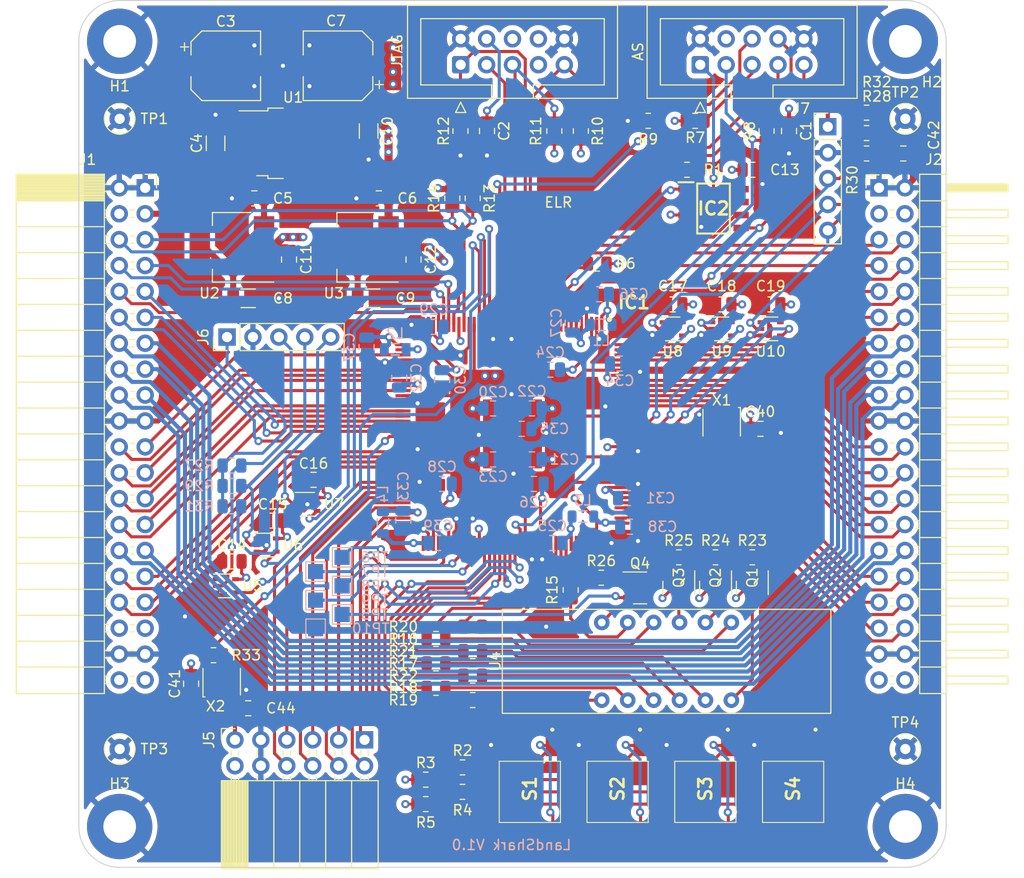
<source format=kicad_pcb>
(kicad_pcb (version 20211014) (generator pcbnew)
  (layers (0 "F.Cu" signal) (1 "In1.Cu" signal) (2 "In2.Cu" signal) (31 "B.Cu" signal) (34 "B.Paste" user) (35 "F.Paste" user) (36 "B.SilkS" user "B.Silkscreen") (37 "F.SilkS" user "F.Silkscreen") (38 "B.Mask" user) (39 "F.Mask" user) (44 "Edge.Cuts" user))
  (net 0 "")
  (net 1 "Net-(Q1-Pad1)")
  (net 2 "Net-(Q1-Pad3)")
  (net 3 "Net-(Q2-Pad1)")
  (net 4 "Net-(Q2-Pad3)")
  (net 5 "Net-(Q3-Pad1)")
  (net 6 "Net-(Q3-Pad3)")
  (net 7 "Net-(Q4-Pad1)")
  (net 8 "Net-(Q4-Pad3)")
  (net 9 "/SEG_A")
  (net 10 "Net-(R15-Pad2)")
  (net 11 "/SEG_B")
  (net 12 "Net-(R16-Pad2)")
  (net 13 "/SEG_C")
  (net 14 "Net-(R17-Pad2)")
  (net 15 "/SEG_D")
  (net 16 "Net-(R18-Pad2)")
  (net 17 "/SEG_E")
  (net 18 "Net-(R19-Pad2)")
  (net 19 "/SEG_F")
  (net 20 "Net-(R20-Pad2)")
  (net 21 "/SEG_G")
  (net 22 "Net-(R21-Pad2)")
  (net 23 "/SEG_DP")
  (net 24 "Net-(R22-Pad2)")
  (net 25 "/AN4")
  (net 26 "/AN3")
  (net 27 "/AN2")
  (net 28 "/AN1")
  (net 29 "Net-(J6-Pad3)")
  (net 30 "Net-(J6-Pad4)")
  (net 31 "Net-(J6-Pad5)")
  (net 32 "Net-(J7-Pad3)")
  (net 33 "Net-(J7-Pad4)")
  (net 34 "Net-(J7-Pad5)")
  (net 35 "/ENC_A")
  (net 36 "GND")
  (net 39 "/ASDO")
  (net 40 "/nCSO")
  (net 41 "/nSTATUS")
  (net 42 "/DCLK")
  (net 43 "/DATA0")
  (net 44 "/nCONFIG")
  (net 45 "/TDI")
  (net 46 "/TCK")
  (net 47 "+3V3")
  (net 48 "/TMS")
  (net 49 "/TDO")
  (net 50 "/nCE")
  (net 51 "Net-(IC2-Pad2)")
  (net 52 "/BTN3")
  (net 53 "/BTN2")
  (net 54 "/BTN1")
  (net 55 "/BTN0")
  (net 56 "+2V5")
  (net 57 "/CONF_DONE")
  (net 61 "/PMOD_0")
  (net 62 "/PMOD_1")
  (net 63 "/PMOD_2")
  (net 64 "/PMOD_3")
  (net 65 "/PMOD_4")
  (net 66 "/PMOD_5")
  (net 67 "/PMOD_6")
  (net 68 "/PMOD_7")
  (net 69 "+5V")
  (net 70 "+1V2")
  (net 71 "/I2C1_SDA")
  (net 72 "/I2C1_SCL")
  (net 73 "/UART1_RX")
  (net 74 "/UART1_TX")
  (net 75 "/SPI1_MOSI")
  (net 76 "/SPI1_MISO")
  (net 77 "/SPI1_SCK")
  (net 78 "/SPI1_NCS")
  (net 79 "/SPI2_MOSI")
  (net 80 "/SPI2_MISO")
  (net 81 "/SPI2_SCK")
  (net 82 "/SPI2_NCS")
  (net 83 "/I2C2_SDA")
  (net 84 "/I2C2_SCL")
  (net 85 "/ADC0")
  (net 86 "/ADC1")
  (net 87 "/ADC2")
  (net 88 "/ADC3")
  (net 89 "/ADC4")
  (net 90 "/ADC5")
  (net 91 "/ADC6")
  (net 92 "/ADC7")
  (net 93 "/V_VM")
  (net 94 "/V_DRV")
  (net 95 "/MCU_GPIO0")
  (net 96 "/MCU_GPIO1")
  (net 97 "/MCU_GPIO2")
  (net 98 "/MCU_GPIO3")
  (net 99 "/VM")
  (net 100 "/X1_H")
  (net 101 "/X1_L")
  (net 102 "/X2_H")
  (net 103 "/X2_L")
  (net 104 "/Y1_H")
  (net 105 "/Y1_L")
  (net 106 "/Y2_H")
  (net 107 "/Y2_L")
  (net 108 "/I_X1")
  (net 109 "/I_X2")
  (net 110 "/I_Y1")
  (net 111 "/I_Y2")
  (net 112 "/V_X1")
  (net 113 "/V_X2")
  (net 114 "/V_Y1")
  (net 115 "/V_Y2")
  (net 116 "/PS_GPIO0")
  (net 117 "/PS_GPIO1")
  (net 118 "/PS_GPIO2")
  (net 119 "/PS_GPIO3")
  (net 120 "/PS_GPIO4")
  (net 121 "/PS_GPIO5")
  (net 122 "/ENC_B")
  (net 123 "/ENC_Z")
  (net 124 "/ENC_U")
  (net 125 "/ENC_V")
  (net 126 "/ENC_W")
  (net 127 "Net-(IC1-Pad1)")
  (net 128 "Net-(IC1-Pad37)")
  (net 129 "Net-(IC1-Pad109)")
  (net 130 "Net-(IC1-Pad73)")
  (net 131 "/CLK_32")
  (net 132 "/RES1")
  (net 133 "/RES2")
  (net 134 "/RES3")
  (net 135 "/RES4")
  (net 136 "/CLK_50")
  (net 139 "Net-(X2-Pad3)")
  (footprint "TestPoint:TestPoint_Loop_D2.50mm_Drill1.0mm" (layer "F.Cu") (at 173 69.6)
    (fp_text reference "TP2")
    (fp_text value "TestPoint")
  )
  (footprint "Capacitor_SMD:C_0805_2012Metric" (layer "F.Cu") (at 111 109 180)
    (fp_text reference "C15")
    (fp_text value "0.1u")
  )
  (footprint "Connector_PinHeader_2.54mm:PinHeader_2x20_P2.54mm_Horizontal" (layer "F.Cu") (at 170.42 76.37)
    (fp_text reference "J2")
    (fp_text value "Conn_02x20_Odd_Even")
  )
  (footprint "TestPoint:TestPoint_Loop_D2.50mm_Drill1.0mm" (layer "F.Cu") (at 96 131.4)
    (fp_text reference "TP3")
    (fp_text value "TestPoint")
  )
  (footprint "Connector_IDC:IDC-Header_2x05_P2.54mm_Vertical" (layer "F.Cu") (at 129.42 64.3 90)
    (fp_text reference "J4" hide)
    (fp_text value "JTAG")
  )
  (footprint "Capacitor_SMD:C_1206_3216Metric" (layer "F.Cu") (at 108.6 87.2)
    (fp_text reference "C8")
    (fp_text value "47u")
  )
  (footprint "Capacitor_SMD:C_1206_3216Metric" (layer "F.Cu") (at 105.4 72 90)
    (fp_text reference "C4")
    (fp_text value "10u")
  )
  (footprint "Resistor_SMD:R_0805_2012Metric" (layer "F.Cu") (at 130.6 77.4 -90)
    (fp_text reference "R13")
    (fp_text value "5K6")
  )
  (footprint "Resistor_SMD:R_0805_2012Metric" (layer "F.Cu") (at 169.2 69)
    (fp_text reference "R32")
    (fp_text value "5K6")
  )
  (footprint "Resistor_SMD:R_0805_2012Metric" (layer "F.Cu") (at 154.4 112.6)
    (fp_text reference "R24")
    (fp_text value "10K")
  )
  (footprint "Capacitor_SMD:C_0805_2012Metric" (layer "F.Cu") (at 158.8 100)
    (fp_text reference "C40")
    (fp_text value "0.1u")
  )
  (footprint "Capacitor_SMD:C_0805_2012Metric" (layer "F.Cu") (at 108.6 127.4)
    (fp_text reference "C44")
    (fp_text value "0.1u")
  )
  (footprint "Package_TO_SOT_SMD:SOT-23" (layer "F.Cu") (at 158 115.6 -90)
    (fp_text reference "Q1")
    (fp_text value "MMBT3906")
  )
  (footprint "SamacSys_Parts:LL3301NF065QG" (layer "F.Cu") (at 162 135.6 -90)
    (fp_text reference "S4")
    (fp_text value "LL3301NF065QG" hide)
  )
  (footprint "Package_TO_SOT_SMD:SOT-353_SC-70-5" (layer "F.Cu") (at 159.8 90.2)
    (fp_text reference "U10")
    (fp_text value "74LVC1G17")
  )
  (footprint "Resistor_SMD:R_0805_2012Metric" (layer "F.Cu") (at 169.2 73 180)
    (fp_text reference "R30")
    (fp_text value "5K6")
  )
  (footprint "Capacitor_SMD:C_0805_2012Metric" (layer "F.Cu") (at 107 113 180)
    (fp_text reference "C14")
    (fp_text value "0.1u")
  )
  (footprint "Resistor_SMD:R_0805_2012Metric" (layer "F.Cu") (at 129.6 135.6)
    (fp_text reference "R4")
    (fp_text value "10k")
  )
  (footprint "TestPoint:TestPoint_Loop_D2.50mm_Drill1.0mm" (layer "F.Cu") (at 96 69.6)
    (fp_text reference "TP1")
    (fp_text value "TestPoint")
  )
  (footprint "MountingHole:MountingHole_3.2mm_M3_Pad" (layer "F.Cu") (at 96 139)
    (fp_text reference "H3")
    (fp_text value "MountingHole_Pad")
  )
  (footprint "Resistor_SMD:R_0805_2012Metric" (layer "F.Cu") (at 150.8 112.6)
    (fp_text reference "R25")
    (fp_text value "10K")
  )
  (footprint "Capacitor_SMD:C_0805_2012Metric" (layer "F.Cu") (at 121.4 77.4 180)
    (fp_text reference "C6")
    (fp_text value "1u")
  )
  (footprint "Oscillator:Oscillator_SMD_EuroQuartz_XO32-4Pin_3.2x2.5mm" (layer "F.Cu") (at 155 99.4 -90)
    (fp_text reference "X1")
    (fp_text value "XO32")
  )
  (footprint "Package_TO_SOT_SMD:SOT-353_SC-70-5" (layer "F.Cu") (at 114.4 107.4)
    (fp_text reference "U7")
    (fp_text value "74LVC1G17")
  )
  (footprint "SamacSys_Parts:LL3301NF065QG" (layer "F.Cu") (at 153.4 135.6 -90)
    (fp_text reference "S3")
    (fp_text value "LL3301NF065QG" hide)
  )
  (footprint "Package_TO_SOT_SMD:SOT-353_SC-70-5" (layer "F.Cu") (at 106.4 115.4)
    (fp_text reference "U5")
    (fp_text value "74LVC1G17")
  )
  (footprint "SamacSys_Parts:LL3301NF065QG" (layer "F.Cu") (at 136.2 135.6 -90)
    (fp_text reference "S1")
    (fp_text value "LL3301NF065QG" hide)
  )
  (footprint "Capacitor_SMD:C_0805_2012Metric" (layer "F.Cu") (at 158 74.6)
    (fp_text reference "C13")
    (fp_text value "0.1u")
  )
  (footprint "Resistor_SMD:R_0805_2012Metric" (layer "F.Cu") (at 130.6 126.6)
    (fp_text reference "R19")
    (fp_text value "220")
  )
  (footprint "Resistor_SMD:R_0805_2012Metric" (layer "F.Cu") (at 129.4 70.8 90)
    (fp_text reference "R12")
    (fp_text value "1k")
  )
  (footprint "Package_TO_SOT_SMD:SOT-23" (layer "F.Cu") (at 150.8 115.6 -90)
    (fp_text reference "Q3")
    (fp_text value "MMBT3906")
  )
  (footprint "Resistor_SMD:R_0805_2012Metric" (layer "F.Cu") (at 130.6 124.2)
    (fp_text reference "R22")
    (fp_text value "220")
  )
  (footprint "MountingHole:MountingHole_3.2mm_M3_Pad" (layer "F.Cu") (at 173 139)
    (fp_text reference "H4")
    (fp_text value "MountingHole_Pad")
  )
  (footprint "SamacSys_Parts:LL3301NF065QG" (layer "F.Cu") (at 144.8 135.6 -90)
    (fp_text reference "S2")
    (fp_text value "LL3301NF065QG" hide)
  )
  (footprint "Resistor_SMD:R_0805_2012Metric" (layer "F.Cu") (at 138.6 70.8 -90)
    (fp_text reference "R11")
    (fp_text value "10k")
  )
  (footprint "Capacitor_SMD:C_0805_2012Metric" (layer "F.Cu") (at 155 87.8 180)
    (fp_text reference "C18")
    (fp_text value "0.1u")
  )
  (footprint "MountingHole:MountingHole_3.2mm_M3_Pad" (layer "F.Cu") (at 173 62)
    (fp_text reference "H2")
    (fp_text value "MountingHole_Pad")
  )
  (footprint "Resistor_SMD:R_0805_2012Metric" (layer "F.Cu") (at 126 136.8)
    (fp_text reference "R5")
    (fp_text value "10k")
  )
  (footprint "Resistor_SMD:R_0805_2012Metric" (layer "F.Cu") (at 147.8 69.8)
    (fp_text reference "R9")
    (fp_text value "10k")
  )
  (footprint "Resistor_SMD:R_0805_2012Metric" (layer "F.Cu") (at 130.6 121.8)
    (fp_text reference "R21")
    (fp_text value "220")
  )
  (footprint "Resistor_SMD:R_0805_2012Metric" (layer "F.Cu") (at 169.2 71)
    (fp_text reference "R28")
    (fp_text value "5K6")
  )
  (footprint "Resistor_SMD:R_0805_2012Metric" (layer "F.Cu") (at 126 134.4)
    (fp_text reference "R3")
    (fp_text value "10k")
  )
  (footprint "Connector_PinHeader_2.54mm:PinHeader_1x05_P2.54mm_Vertical" (layer "F.Cu") (at 106.525 91 90)
    (fp_text reference "J6")
    (fp_text value "Conn_01x05")
  )
  (footprint "Connector_PinSocket_2.54mm:PinSocket_2x20_P2.54mm_Horizontal" (layer "F.Cu") (at 98.5 76.37)
    (fp_text reference "J1")
    (fp_text value "Conn_02x20_Odd_Even")
  )
  (footprint "SamacSys_Parts:QFP50P2200X2200X165-145N" (layer "F.Cu") (at 134.5 100.5 -90)
    (fp_text reference "IC1")
    (fp_text value "EP4CE15E22C8N" hide)
  )
  (footprint "Resistor_SMD:R_0805_2012Metric" (layer "F.Cu") (at 159.4 70.8 90)
    (fp_text reference "R8")
    (fp_text value "10k")
  )
  (footprint "Capacitor_SMD:C_1206_3216Metric" (layer "F.Cu") (at 120.4 70.8 -90)
    (fp_text reference "C10")
    (fp_text value "10u")
  )
  (footprint "Package_TO_SOT_SMD:TO-252-3_TabPin2" (layer "F.Cu") (at 113 72)
    (fp_text reference "U1")
    (fp_text value "AMS1117CD-3.3")
  )
  (footprint "Resistor_SMD:R_0805_2012Metric" (layer "F.Cu") (at 105.2 122.2 180)
    (fp_text reference "R33")
    (fp_text value "33")
  )
  (footprint "Package_TO_SOT_SMD:SOT-353_SC-70-5" (layer "F.Cu") (at 155 90.2)
    (fp_text reference "U9")
    (fp_text value "74LVC1G17")
  )
  (footprint "Resistor_SMD:R_0805_2012Metric" (layer "F.Cu") (at 141.2 70.8 -90)
    (fp_text reference "R10")
    (fp_text value "10k")
  )
  (footprint "TestPoint:TestPoint_Loop_D2.50mm_Drill1.0mm" (layer "F.Cu") (at 173 131.4)
    (fp_text reference "TP4")
    (fp_text value "TestPoint")
  )
  (footprint "Capacitor_SMD:C_0805_2012Metric" (layer "F.Cu") (at 161.6 70.8 -90)
    (fp_text reference "C1")
    (fp_text value "0.1u")
  )
  (footprint "Capacitor_SMD:CP_Elec_6.3x5.2" (layer "F.Cu") (at 117.4 64.4 180)
    (fp_text reference "C7")
    (fp_text value "100u")
  )
  (footprint "Package_TO_SOT_SMD:SOT-353_SC-70-5" (layer "F.Cu") (at 110.4 111.4)
    (fp_text reference "U6")
    (fp_text value "74LVC1G17")
  )
  (footprint "Capacitor_SMD:C_0805_2012Metric" (layer "F.Cu") (at 103 125 -90)
    (fp_text reference "C41")
    (fp_text value "0.1u")
  )
  (footprint "Resistor_SMD:R_0805_2012Metric" (layer "F.Cu") (at 129.6 133.2)
    (fp_text reference "R2")
    (fp_text value "10k")
  )
  (footprint "Resistor_SMD:R_0805_2012Metric" (layer "F.Cu") (at 127 125.4)
    (fp_text reference "R18")
    (fp_text value "220")
  )
  (footprint "Resistor_SMD:R_0805_2012Metric" (layer "F.Cu") (at 143.2 114.6)
    (fp_text reference "R26")
    (fp_text value "10K")
  )
  (footprint "MountingHole:MountingHole_3.2mm_M3_Pad" (layer "F.Cu") (at 96 62)
    (fp_text reference "H1")
    (fp_text value "MountingHole_Pad")
  )
  (footprint "Resistor_SMD:R_0805_2012Metric" (layer "F.Cu") (at 158 112.6)
    (fp_text reference "R23")
    (fp_text value "10K")
  )
  (footprint "pmod-conn_6x2:pmod_socket_6x2" (layer "F.Cu") (at 120 130.5 90)
    (fp_text reference "J5")
    (fp_text value "PMOD")
  )
  (footprint "Capacitor_SMD:CP_Elec_6.3x5.2" (layer "F.Cu") (at 106.4 64.4)
    (fp_text reference "C3")
    (fp_text value "100u")
  )
  (footprint "Resistor_SMD:R_0805_2012Metric" (layer "F.Cu") (at 151.6 74.6)
    (fp_text reference "R1")
    (fp_text value "33")
  )
  (footprint "Capacitor_SMD:C_0805_2012Metric" (layer "F.Cu") (at 109.2 77.4 180)
    (fp_text reference "C5")
    (fp_text value "1u")
  )
  (footprint "Connector_IDC:IDC-Header_2x05_P2.54mm_Vertical" (layer "F.Cu") (at 152.9 64.3 90)
    (fp_text reference "J3" hide)
    (fp_text value "AS")
  )
  (footprint "Resistor_SMD:R_0805_2012Metric" (layer "F.Cu") (at 130.6 119.4)
    (fp_text reference "R20")
    (fp_text value "220")
  )
  (footprint "Package_TO_SOT_SMD:SOT-23" (layer "F.Cu") (at 147 115.6)
    (fp_text reference "Q4")
    (fp_text value "MMBT3906")
  )
  (footprint "Capacitor_SMD:C_0805_2012Metric" (layer "F.Cu") (at 150.2 87.8 180)
    (fp_text reference "C17")
    (fp_text value "0.1u")
  )
  (footprint "Capacitor_SMD:C_0805_2012Metric" (layer "F.Cu") (at 159.8 87.8 180)
    (fp_text reference "C19")
    (fp_text value "0.1u")
  )
  (footprint "Resistor_SMD:R_0805_2012Metric" (layer "F.Cu") (at 152.4 69.8 180)
    (fp_text reference "R7")
    (fp_text value "10k")
  )
  (footprint "Capacitor_SMD:C_0805_2012Metric" (layer "F.Cu") (at 124.8 83.4 -90)
    (fp_text reference "C12")
    (fp_text value "1u")
  )
  (footprint "Capacitor_SMD:C_0805_2012Metric" (layer "F.Cu") (at 112.6 83.4 -90)
    (fp_text reference "C11")
    (fp_text value "1u")
  )
  (footprint "Resistor_SMD:R_0805_2012Metric" (layer "F.Cu") (at 127 120.6)
    (fp_text reference "R16")
    (fp_text value "220")
  )
  (footprint "Oscillator:Oscillator_SMD_EuroQuartz_XO32-4Pin_3.2x2.5mm" (layer "F.Cu") (at 106 124.8 90)
    (fp_text reference "X2")
    (fp_text value "XO32")
  )
  (footprint "Signetics:FJ2481BH" (layer "F.Cu") (at 143.25 126.61 90)
    (fp_text reference "U4")
    (fp_text value "FJ2481BH")
  )
  (footprint "Package_TO_SOT_SMD:SOT-223-3_TabPin2" (layer "F.Cu") (at 119.2 82.2 180)
    (fp_text reference "U3")
    (fp_text value "AZ1117-1.2")
  )
  (footprint "Package_TO_SOT_SMD:SOT-23" (layer "F.Cu") (at 154.4 115.6 -90)
    (fp_text reference "Q2")
    (fp_text value "MMBT3906")
  )
  (footprint "Capacitor_SMD:C_1206_3216Metric" (layer "F.Cu") (at 120.8 87.2)
    (fp_text reference "C9")
    (fp_text value "47u")
  )
  (footprint "Capacitor_SMD:C_0805_2012Metric" (layer "F.Cu") (at 172.8 73)
    (fp_text reference "C42")
    (fp_text value "0.1u")
  )
  (footprint "Resistor_SMD:R_0805_2012Metric" (layer "F.Cu") (at 127 123)
    (fp_text reference "R17")
    (fp_text value "220")
  )
  (footprint "Package_TO_SOT_SMD:SOT-353_SC-70-5" (layer "F.Cu") (at 150.2 90.2)
    (fp_text reference "U8")
    (fp_text value "74LVC1G17")
  )
  (footprint "Resistor_SMD:R_0805_2012Metric" (layer "F.Cu") (at 140.2 115.8 -90)
    (fp_text reference "R15")
    (fp_text value "220")
  )
  (footprint "SamacSys_Parts:SOIC127P600X175-8N" (layer "F.Cu") (at 154.2 78.4)
    (fp_text reference "IC2")
    (fp_text value "W25Q16JVSNIQ" hide)
  )
  (footprint "Package_TO_SOT_SMD:SOT-223-3_TabPin2" (layer "F.Cu") (at 107 82.2 180)
    (fp_text reference "U2")
    (fp_text value "AMS1117-2.5")
  )
  (footprint "Capacitor_SMD:C_0805_2012Metric" (layer "F.Cu") (at 115 105 180)
    (fp_text reference "C16")
    (fp_text value "0.1u")
  )
  (footprint "Resistor_SMD:R_0805_2012Metric" (layer "F.Cu") (at 128.6 77.4 -90)
    (fp_text reference "R14")
    (fp_text value "5K6")
  )
  (footprint "Connector_PinHeader_2.54mm:PinHeader_1x05_P2.54mm_Vertical" (layer "F.Cu") (at 165.4 70.38)
    (fp_text reference "J7")
    (fp_text value "Conn_01x05")
  )
  (footprint "Resistor_SMD:R_0805_2012Metric" (layer "F.Cu") (at 142.8 83.8 180)
    (fp_text reference "R6")
    (fp_text value "10k")
  )
  (footprint "Capacitor_SMD:C_0805_2012Metric" (layer "F.Cu") (at 132 70.8 -90)
    (fp_text reference "C2")
    (fp_text value "0.1u")
  )
  (footprint "Capacitor_SMD:C_0805_2012Metric" (layer "B.Cu") (at 127.6 95.2 -90)
    (fp_text reference "C30")
    (fp_text value "0.1u")
  )
  (footprint "TestPoint:TestPoint_Pad_1.5x1.5mm" (layer "B.Cu") (at 115.2 119.6 180)
    (fp_text reference "TP10")
    (fp_text value "TestPoint")
  )
  (footprint "TestPoint:TestPoint_Pad_1.5x1.5mm" (layer "B.Cu") (at 117.8 118.2 180)
    (fp_text reference "TP5")
    (fp_text value "TestPoint")
  )
  (footprint "Capacitor_SMD:C_0805_2012Metric" (layer "B.Cu") (at 136.4 103 180)
    (fp_text reference "C21")
    (fp_text value "0.1u")
  )
  (footprint "Capacitor_SMD:C_0805_2012Metric" (layer "B.Cu") (at 145 93.6)
    (fp_text reference "C34")
    (fp_text value "0.1u")
  )
  (footprint "Capacitor_SMD:C_0805_2012Metric" (layer "B.Cu") (at 123.8 109 -90)
    (fp_text reference "C33")
    (fp_text value "0.1u")
  )
  (footprint "Capacitor_SMD:C_0805_2012Metric" (layer "B.Cu") (at 126.8 90 180)
    (fp_text reference "C29")
    (fp_text value "0.1u")
  )
  (footprint "Capacitor_SMD:C_0805_2012Metric" (layer "B.Cu") (at 123.4 95 90)
    (fp_text reference "C32")
    (fp_text value "0.1u")
  )
  (footprint "Inductor_SMD:L_0805_2012Metric" (layer "B.Cu") (at 121.8 109.2 -90)
    (fp_text reference "L4")
    (fp_text value "L")
  )
  (footprint "Capacitor_SMD:C_0805_2012Metric" (layer "B.Cu") (at 132.6 103)
    (fp_text reference "C23")
    (fp_text value "0.1u")
  )
  (footprint "Capacitor_SMD:C_0805_2012Metric" (layer "B.Cu") (at 127.2 111.2 180)
    (fp_text reference "C39")
    (fp_text value "0.1u")
  )
  (footprint "Capacitor_SMD:C_0805_2012Metric" (layer "B.Cu") (at 135.4 100 180)
    (fp_text reference "C35")
    (fp_text value "0.1u")
  )
  (footprint "Capacitor_SMD:C_0805_2012Metric" (layer "B.Cu") (at 138.2 94.2 180)
    (fp_text reference "C24")
    (fp_text value "0.1u")
  )
  (footprint "Capacitor_SMD:C_0805_2012Metric" (layer "B.Cu") (at 138.4 111.2 180)
    (fp_text reference "C25")
    (fp_text value "0.1u")
  )
  (footprint "TestPoint:TestPoint_Pad_1.5x1.5mm" (layer "B.Cu") (at 117.8 115.4 180)
    (fp_text reference "TP8")
    (fp_text value "TestPoint")
  )
  (footprint "Capacitor_SMD:C_0805_2012Metric" (layer "B.Cu") (at 140.4 89.6 90)
    (fp_text reference "C27")
    (fp_text value "0.1u")
  )
  (footprint "Resistor_SMD:R_0805_2012Metric" (layer "B.Cu") (at 107 105.6)
    (fp_text reference "R29")
    (fp_text value "5K6")
  )
  (footprint "Capacitor_SMD:C_0805_2012Metric" (layer "B.Cu") (at 146 109.6)
    (fp_text reference "C38")
    (fp_text value "0.1u")
  )
  (footprint "Resistor_SMD:R_0805_2012Metric" (layer "B.Cu") (at 107 107.6 180)
    (fp_text reference "R31")
    (fp_text value "5K6")
  )
  (footprint "Capacitor_SMD:C_0805_2012Metric" (layer "B.Cu") (at 132.6 98)
    (fp_text reference "C20")
    (fp_text value "0.1u")
  )
  (footprint "Capacitor_SMD:C_0805_2012Metric" (layer "B.Cu") (at 145.8 106.8)
    (fp_text reference "C31")
    (fp_text value "0.1u")
  )
  (footprint "TestPoint:TestPoint_Pad_1.5x1.5mm" (layer "B.Cu") (at 117.8 112.6 180)
    (fp_text reference "TP6")
    (fp_text value "TestPoint")
  )
  (footprint "Capacitor_SMD:C_0805_2012Metric" (layer "B.Cu") (at 136.4 98 180)
    (fp_text reference "C22")
    (fp_text value "0.1u")
  )
  (footprint "Inductor_SMD:L_0805_2012Metric" (layer "B.Cu") (at 123 92.2 180)
    (fp_text reference "L2")
    (fp_text value "L")
  )
  (footprint "Capacitor_SMD:C_0805_2012Metric" (layer "B.Cu") (at 120.2 92 -90)
    (fp_text reference "C37")
    (fp_text value "0.1u")
  )
  (footprint "TestPoint:TestPoint_Pad_1.5x1.5mm" (layer "B.Cu") (at 115.2 114 180)
    (fp_text reference "TP7")
    (fp_text value "TestPoint")
  )
  (footprint "TestPoint:TestPoint_Pad_1.5x1.5mm" (layer "B.Cu") (at 115.2 116.8 180)
    (fp_text reference "TP9")
    (fp_text value "TestPoint")
  )
  (footprint "Capacitor_SMD:C_0805_2012Metric" (layer "B.Cu") (at 136.6 105.4 180)
    (fp_text reference "C26")
    (fp_text value "0.1u")
  )
  (footprint "Capacitor_SMD:C_0805_2012Metric" (layer "B.Cu") (at 143 86.8 180)
    (fp_text reference "C36")
    (fp_text value "0.1u")
  )
  (footprint "Inductor_SMD:L_0805_2012Metric" (layer "B.Cu") (at 141.4 108.6)
    (fp_text reference "L3")
    (fp_text value "L")
  )
  (footprint "Resistor_SMD:R_0805_2012Metric" (layer "B.Cu") (at 107 103.6 180)
    (fp_text reference "R27")
    (fp_text value "5K6")
  )
  (footprint "Inductor_SMD:L_0805_2012Metric" (layer "B.Cu") (at 143.2 89.8)
    (fp_text reference "L1")
    (fp_text value "L")
  )
  (footprint "Capacitor_SMD:C_0805_2012Metric" (layer "B.Cu") (at 127.6 105.4 180)
    (fp_text reference "C28")
    (fp_text value "0.1u")
  )
  (gr_line (start 92 139) (end 92 62) (layer "Edge.Cuts") (width 0.1))
  (gr_arc (start 177 139) (mid 175.828427 141.828427) (end 173 143) (layer "Edge.Cuts") (width 0.1))
  (gr_line (start 96 58) (end 173 58) (layer "Edge.Cuts") (width 0.1))
  (gr_line (start 177 62) (end 177 139) (layer "Edge.Cuts") (width 0.1))
  (gr_arc (start 173 58) (mid 175.828427 59.171573) (end 177 62) (layer "Edge.Cuts") (width 0.1))
  (gr_arc (start 92 62) (mid 93.171573 59.171573) (end 96 58) (layer "Edge.Cuts") (width 0.1))
  (gr_line (start 173 143) (end 96 143) (layer "Edge.Cuts") (width 0.1))
  (gr_arc (start 96 143) (mid 93.171573 141.828427) (end 92 139) (layer "Edge.Cuts") (width 0.1))
  (gr_text "LandShark V1.0" (at 134.4 140.8) (layer "B.SilkS") (effects (font (size 1 1)) (justify mirror)))
  (gr_text "ELR" (at 139 77.8) (layer "F.SilkS") (effects (font (size 1 1))))
  (segment (start 158.9125 112.6) (end 158.9125 114.625) (width 0.3) (layer "F.Cu") (net 1))
  (segment (start 158.9125 114.625) (end 158.95 114.6625) (width 0.3) (layer "F.Cu") (net 1))
  (segment (start 158 124.56) (end 155.95 126.61) (width 0.3) (layer "F.Cu") (net 2))
  (segment (start 158 116.5375) (end 158 124.56) (width 0.3) (layer "F.Cu") (net 2))
  (segment (start 155.3125 112.6) (end 155.3125 114.625) (width 0.3) (layer "F.Cu") (net 3))
  (segment (start 155.3125 114.625) (end 155.35 114.6625) (width 0.3) (layer "F.Cu") (net 3))
  (segment (start 154.4 118) (end 153.41 118.99) (width 0.3) (layer "F.Cu") (net 4))
  (segment (start 154.4 116.5375) (end 154.4 118) (width 0.3) (layer "F.Cu") (net 4))
  (segment (start 151.7125 114.625) (end 151.75 114.6625) (width 0.3) (layer "F.Cu") (net 5))
  (segment (start 151.7125 112.6) (end 151.7125 114.625) (width 0.3) (layer "F.Cu") (net 5))
  (segment (start 150.8 118.92) (end 150.87 118.99) (width 0.3) (layer "F.Cu") (net 6))
  (segment (start 150.8 116.5375) (end 150.8 118.92) (width 0.3) (layer "F.Cu") (net 6))
  (segment (start 146.0125 114.6) (end 146.0625 114.65) (width 0.3) (layer "F.Cu") (net 7))
  (segment (start 144.1125 114.6) (end 146.0125 114.6) (width 0.3) (layer "F.Cu") (net 7))
  (segment (start 147.9375 116.4625) (end 147.9375 115.6) (width 0.3) (layer "F.Cu") (net 8))
  (segment (start 146.8 117.6) (end 147.9375 116.4625) (width 0.3) (layer "F.Cu") (net 8))
  (segment (start 144.64 117.6) (end 146.8 117.6) (width 0.3) (layer "F.Cu") (net 8))
  (segment (start 143.25 118.99) (end 144.64 117.6) (width 0.3) (layer "F.Cu") (net 8))
  (segment (start 140.75 111.238) (end 140.75 114.3375) (width 0.3) (layer "F.Cu") (net 9))
  (segment (start 140.75 114.3375) (end 140.2 114.8875) (width 0.3) (layer "F.Cu") (net 9))
  (segment (start 144.8 120.4) (end 142 120.4) (width 0.3) (layer "F.Cu") (net 10))
  (segment (start 145.79 118.99) (end 145.79 119.41) (width 0.3) (layer "F.Cu") (net 10))
  (segment (start 142 120.4) (end 140.2 118.6) (width 0.3) (layer "F.Cu") (net 10))
  (segment (start 140.2 118.6) (end 140.2 116.7125) (width 0.3) (layer "F.Cu") (net 10))
  (segment (start 145.79 119.41) (end 144.8 120.4) (width 0.3) (layer "F.Cu") (net 10))
  (segment (start 126.0875 120.1125) (end 126.0875 120.6) (width 0.3) (layer "F.Cu") (net 11))
  (segment (start 128.6 117.6) (end 126.0875 120.1125) (width 0.3) (layer "F.Cu") (net 11))
  (segment (start 139.25 111.238) (end 139.25 113.570723) (width 0.3) (layer "F.Cu") (net 11))
  (segment (start 135.220723 117.6) (end 128.6 117.6) (width 0.3) (layer "F.Cu") (net 11))
  (segment (start 139.25 113.570723) (end 135.220723 117.6) (width 0.3) (layer "F.Cu") (net 11))
  (segment (start 135.6 121.8) (end 153.14 121.8) (width 0.3) (layer "F.Cu") (net 12))
  (segment (start 134.4 120.6) (end 135.6 121.8) (width 0.3) (layer "F.Cu") (net 12))
  (segment (start 153.14 121.8) (end 155.95 118.99) (width 0.3) (layer "F.Cu") (net 12))
  (segment (start 127.9125 120.6) (end 134.4 120.6) (width 0.3) (layer "F.Cu") (net 12))
  (segment (start 124.100481 119.193092) (end 124.100481 122.100481) (width 0.3) (layer "F.Cu") (net 13))
  (segment (start 138.25 113.15) (end 134.79904 116.60096) (width 0.3) (layer "F.Cu") (net 13))
  (segment (start 138.25 111.238) (end 138.25 113.15) (width 0.3) (layer "F.Cu") (net 13))
  (segment (start 126.692613 116.60096) (end 124.100481 119.193092) (width 0.3) (layer "F.Cu") (net 13))
  (segment (start 125 123) (end 126.0875 123) (width 0.3) (layer "F.Cu") (net 13))
  (segment (start 134.79904 116.60096) (end 126.692613 116.60096) (width 0.3) (layer "F.Cu") (net 13))
  (segment (start 124.100481 122.100481) (end 125 123) (width 0.3) (layer "F.Cu") (net 13))
  (segment (start 127.9125 123) (end 147.26 123) (width 0.3) (layer "F.Cu") (net 14))
  (segment (start 147.26 123) (end 150.87 126.61) (width 0.3) (layer "F.Cu") (net 14))
  (segment (start 130.4 115.6) (end 132.25 113.75) (width 0.3) (layer "F.Cu") (net 15))
  (segment (start 123.10048 123.70048) (end 123.10048 118.780239) (width 0.3) (layer "F.Cu") (net 15))
  (segment (start 123.10048 118.780239) (end 123.940359 117.940359) (width 0.3) (layer "F.Cu") (net 15))
  (segment (start 126.0875 125.4) (end 124.8 125.4) (width 0.3) (layer "F.Cu") (net 15))
  (segment (start 124.8 125.4) (end 123.10048 123.70048) (width 0.3) (layer "F.Cu") (net 15))
  (segment (start 123.940359 117.940359) (end 126.280718 115.6) (width 0.3) (layer "F.Cu") (net 15))
  (segment (start 126.280718 115.6) (end 130.4 115.6) (width 0.3) (layer "F.Cu") (net 15))
  (segment (start 132.25 113.75) (end 132.25 111.238) (width 0.3) (layer "F.Cu") (net 15))
  (segment (start 144.58 125.4) (end 145.79 126.61) (width 0.3) (layer "F.Cu") (net 16))
  (segment (start 127.9125 125.4) (end 144.58 125.4) (width 0.3) (layer "F.Cu") (net 16))
  (segment (start 122.60096 118.573332) (end 126.174292 115) (width 0.3) (layer "F.Cu") (net 17))
  (segment (start 122.6 119.400961) (end 122.600961 119.4) (width 0.3) (layer "F.Cu") (net 17))
  (segment (start 129.6875 126.6) (end 125 126.6) (width 0.3) (layer "F.Cu") (net 17))
  (segment (start 131.75 113.409068) (end 131.75 111.238) (width 0.3) (layer "F.Cu") (net 17))
  (segment (start 130.159068 115) (end 131.75 113.409068) (width 0.3) (layer "F.Cu") (net 17))
  (segment (start 122.600961 119.4) (end 122.60096 118.573332) (width 0.3) (layer "F.Cu") (net 17))
  (segment (start 126.174292 115) (end 130.159068 115) (width 0.3) (layer "F.Cu") (net 17))
  (segment (start 122.6 124.2) (end 122.6 119.400961) (width 0.3) (layer "F.Cu") (net 17))
  (segment (start 125 126.6) (end 122.6 124.2) (width 0.3) (layer "F.Cu") (net 17))
  (segment (start 131.5125 126.6) (end 131.5225 126.61) (width 0.3) (layer "F.Cu") (net 18))
  (segment (start 131.5225 126.61) (end 143.25 126.61) (width 0.3) (layer "F.Cu") (net 18))
  (segment (start 130.6 118.2) (end 129.6875 119.1125) (width 0.3) (layer "F.Cu") (net 19))
  (segment (start 139.75 113.777151) (end 135.327151 118.2) (width 0.3) (layer "F.Cu") (net 19))
  (segment (start 129.6875 119.1125) (end 129.6875 119.4) (width 0.3) (layer "F.Cu") (net 19))
  (segment (start 139.75 111.238) (end 139.75 113.777151) (width 0.3) (layer "F.Cu") (net 19))
  (segment (start 135.327151 118.2) (end 130.6 118.2) (width 0.3) (layer "F.Cu") (net 19))
  (segment (start 136.2 121.2) (end 146.12 121.2) (width 0.3) (layer "F.Cu") (net 20))
  (segment (start 134.4 119.4) (end 136.2 121.2) (width 0.3) (layer "F.Cu") (net 20))
  (segment (start 131.5125 119.4) (end 134.4 119.4) (width 0.3) (layer "F.Cu") (net 20))
  (segment (start 146.12 121.2) (end 148.33 118.99) (width 0.3) (layer "F.Cu") (net 20))
  (segment (start 125.2 121.8) (end 129.6875 121.8) (width 0.3) (layer "F.Cu") (net 21))
  (segment (start 135.013815 117.10048) (end 126.89952 117.10048) (width 0.3) (layer "F.Cu") (net 21))
  (segment (start 138.75 113.364295) (end 135.013815 117.10048) (width 0.3) (layer "F.Cu") (net 21))
  (segment (start 126.89952 117.10048) (end 124.6 119.4) (width 0.3) (layer "F.Cu") (net 21))
  (segment (start 124.6 119.4) (end 124.6 121.2) (width 0.3) (layer "F.Cu") (net 21))
  (segment (start 124.6 121.2) (end 125.2 121.8) (width 0.3) (layer "F.Cu") (net 21))
  (segment (start 138.75 111.238) (end 138.75 113.364295) (width 0.3) (layer "F.Cu") (net 21))
  (segment (start 149.2 122.4) (end 153.41 126.61) (width 0.3) (layer "F.Cu") (net 22))
  (segment (start 135 122.4) (end 149.2 122.4) (width 0.3) (layer "F.Cu") (net 22))
  (segment (start 134.4 121.8) (end 135 122.4) (width 0.3) (layer "F.Cu") (net 22))
  (segment (start 131.5125 121.8) (end 134.4 121.8) (width 0.3) (layer "F.Cu") (net 22))
  (segment (start 123.600962 118.986183) (end 126.485705 116.10144) (width 0.3) (layer "F.Cu") (net 23))
  (segment (start 126.485705 116.10144) (end 130.69856 116.10144) (width 0.3) (layer "F.Cu") (net 23))
  (segment (start 123.6 120.000961) (end 123.600961 120) (width 0.3) (layer "F.Cu") (net 23))
  (segment (start 123.6 123) (end 123.6 120.000961) (width 0.3) (layer "F.Cu") (net 23))
  (segment (start 132.75 114.05) (end 132.75 111.238) (width 0.3) (layer "F.Cu") (net 23))
  (segment (start 130.69856 116.10144) (end 132.75 114.05) (width 0.3) (layer "F.Cu") (net 23))
  (segment (start 129.6875 124.2) (end 124.8 124.2) (width 0.3) (layer "F.Cu") (net 23))
  (segment (start 123.600961 120) (end 123.600962 118.986183) (width 0.3) (layer "F.Cu") (net 23))
  (segment (start 124.8 124.2) (end 123.6 123) (width 0.3) (layer "F.Cu") (net 23))
  (segment (start 131.5125 124.2) (end 145.92 124.2) (width 0.3) (layer "F.Cu") (net 24))
  (segment (start 145.92 124.2) (end 148.33 126.61) (width 0.3) (layer "F.Cu") (net 24))
  (segment (start 145.238 108.75) (end 155.15 108.75) (width 0.3) (layer "F.Cu") (net 25))
  (segment (start 155.15 108.75) (end 157 110.6) (width 0.3) (layer "F.Cu") (net 25))
  (segment (start 157 112.5125) (end 157.0875 112.6) (width 0.3) (layer "F.Cu") (net 25))
  (segment (start 157 110.6) (end 157 112.5125) (width 0.3) (layer "F.Cu") (net 25))
  (segment (start 149.04952 111.55048) (end 152.43798 111.55048) (width 0.3) (layer "F.Cu") (net 26))
  (segment (start 142.25 112.324522) (end 142.525478 112.6) (width 0.3) (layer "F.Cu") (net 26))
  (segment (start 152.43798 111.55048) (end 153.4875 112.6) (width 0.3) (layer "F.Cu") (net 26))
  (segment (start 142.525478 112.6) (end 148 112.6) (width 0.3) (layer "F.Cu") (net 26))
  (segment (start 148 112.6) (end 149.04952 111.55048) (width 0.3) (layer "F.Cu") (net 26))
  (segment (start 142.25 111.238) (end 142.25 112.324522) (width 0.3) (layer "F.Cu") (net 26))
  (segment (start 143 113.099519) (end 149.387981 113.099519) (width 0.3) (layer "F.Cu") (net 27))
  (segment (start 141.75 111.238) (end 141.75 112.53095) (width 0.3) (layer "F.Cu") (net 27))
  (segment (start 141.75 112.53095) (end 142.318571 113.09952) (width 0.3) (layer "F.Cu") (net 27))
  (segment (start 149.387981 113.099519) (end 149.8875 112.6) (width 0.3) (layer "F.Cu") (net 27))
  (segment (start 142.318571 113.09952) (end 143 113.099519) (width 0.3) (layer "F.Cu") (net 27))
  (segment (start 141.25 111.238) (end 141.25 113.5625) (width 0.3) (layer "F.Cu") (net 28))
  (segment (start 141.25 113.5625) (end 142.2875 114.6) (width 0.3) (layer "F.Cu") (net 28))
  (segment (start 106.6 114.875) (end 106.6 114.2) (width 0.3) (layer "F.Cu") (net 29))
  (segment (start 107 113.8) (end 107 111.6) (width 0.3) (layer "F.Cu") (net 29))
  (segment (start 106.075 115.4) (end 106.6 114.875) (width 0.3) (layer "F.Cu") (net 29))
  (segment (start 106.6 114.2) (end 107 113.8) (width 0.3) (layer "F.Cu") (net 29))
  (segment (start 105.45 115.4) (end 106.075 115.4) (width 0.3) (layer "F.Cu") (net 29))
  (via (at 107 111.6) (size 0.8) (drill 0.4) (layers "F.Cu" "B.Cu") (net 29))
  (segment (start 112.8 100.593572) (end 109.993572 103.4) (width 0.3) (layer "B.Cu") (net 29))
  (segment (start 107.9125 103.6) (end 107.647849 103.6) (width 0.3) (layer "B.Cu") (net 29))
  (segment (start 107 104.247849) (end 107 111.6) (width 0.3) (layer "B.Cu") (net 29))
  (segment (start 111.605 91) (end 112.8 92.195) (width 0.3) (layer "B.Cu") (net 29))
  (segment (start 109.993572 103.4) (end 108.1125 103.4) (width 0.3) (layer "B.Cu") (net 29))
  (segment (start 112.8 92.195) (end 112.8 100.593572) (width 0.3) (layer "B.Cu") (net 29))
  (segment (start 108.1125 103.4) (end 107.9125 103.6) (width 0.3) (layer "B.Cu") (net 29))
  (segment (start 107.647849 103.6) (end 107 104.247849) (width 0.3) (layer "B.Cu") (net 29))
  (segment (start 108.4 110.975) (end 108.4 110.4) (width 0.3) (layer "F.Cu") (net 30))
  (segment (start 109.45 111.4) (end 108.825 111.4) (width 0.3) (layer "F.Cu") (net 30))
  (segment (start 108.825 111.4) (end 108.4 110.975) (width 0.3) (layer "F.Cu") (net 30))
  (via (at 108.4 110.4) (size 0.8) (drill 0.4) (layers "F.Cu" "B.Cu") (net 30))
  (segment (start 114.145 100.105) (end 108.65 105.6) (width 0.3) (layer "B.Cu") (net 30))
  (segment (start 108.6 105.6) (end 109 106) (width 0.3) (layer "B.Cu") (net 30))
  (segment (start 108.65 105.6) (end 107.9125 105.6) (width 0.3) (layer "B.Cu") (net 30))
  (segment (start 107.9125 105.6) (end 108.6 105.6) (width 0.3) (layer "B.Cu") (net 30))
  (segment (start 109 106) (end 109 109.8) (width 0.3) (layer "B.Cu") (net 30))
  (segment (start 114.145 91) (end 114.145 100.105) (width 0.3) (layer "B.Cu") (net 30))
  (segment (start 109 109.8) (end 108.4 110.4) (width 0.3) (layer "B.Cu") (net 30))
  (segment (start 113.45 107.4) (end 113 107.4) (width 0.3) (layer "F.Cu") (net 31))
  (segment (start 113 107.4) (end 112.2 106.6) (width 0.3) (layer "F.Cu") (net 31))
  (via (at 112.2 106.6) (size 0.8) (drill 0.4) (layers "F.Cu" "B.Cu") (net 31))
  (segment (start 107.9125 107.6) (end 107.6 107.9125) (width 0.3) (layer "B.Cu") (net 31))
  (segment (start 112.2 103) (end 112.2 106.6) (width 0.3) (layer "B.Cu") (net 31))
  (segment (start 115.4 92.285) (end 115.4 99.8) (width 0.3) (layer "B.Cu") (net 31))
  (segment (start 107.6 111) (end 108.8 112.2) (width 0.3) (layer "B.Cu") (net 31))
  (segment (start 108.8 112.2) (end 111 112.2) (width 0.3) (layer "B.Cu") (net 31))
  (segment (start 107.6 107.9125) (end 107.6 111) (width 0.3) (layer "B.Cu") (net 31))
  (segment (start 111.4 111.8) (end 111.4 107.4) (width 0.3) (layer "B.Cu") (net 31))
  (segment (start 115.4 99.8) (end 112.2 103) (width 0.3) (layer "B.Cu") (net 31))
  (segment (start 116.685 91) (end 115.4 92.285) (width 0.3) (layer "B.Cu") (net 31))
  (segment (start 111 112.2) (end 111.4 111.8) (width 0.3) (layer "B.Cu") (net 31))
  (segment (start 111.4 107.4) (end 112.2 106.6) (width 0.3) (layer "B.Cu") (net 31))
  (segment (start 167.2 72.0875) (end 168.2875 71) (width 0.3) (layer "F.Cu") (net 32))
  (segment (start 148.8 90.2) (end 148.2 89.6) (width 0.3) (layer "F.Cu") (net 32))
  (segment (start 167.2 74.8) (end 167.2 72.0875) (width 0.3) (layer "F.Cu") (net 32))
  (segment (start 149.25 90.2) (end 148.8 90.2) (width 0.3) (layer "F.Cu") (net 32))
  (segment (start 166.54 75.46) (end 167.2 74.8) (width 0.3) (layer "F.Cu") (net 32))
  (segment (start 165.4 75.46) (end 166.54 75.46) (width 0.3) (layer "F.Cu") (net 32))
  (via (at 148.2 89.6) (size 0.8) (drill 0.4) (layers "F.Cu" "B.Cu") (net 32))
  (segment (start 154.8 86.8) (end 151 86.8) (width 0.3) (layer "B.Cu") (net 32))
  (segment (start 165.4 76.2) (end 154.8 86.8) (width 0.3) (layer "B.Cu") (net 32))
  (segment (start 165.4 75.46) (end 165.4 76.2) (width 0.3) (layer "B.Cu") (net 32))
  (segment (start 151 86.8) (end 148.2 89.6) (width 0.3) (layer "B.Cu") (net 32))
  (segment (start 165.4 78) (end 167.10048 78) (width 0.3) (layer "F.Cu") (net 33))
  (segment (start 167.10048 78) (end 167.70048 77.4) (width 0.3) (layer "F.Cu") (net 33))
  (segment (start 167.70048 73.58702) (end 168.2875 73) (width 0.3) (layer "F.Cu") (net 33))
  (segment (start 154.05 90.2) (end 153.6 90.2) (width 0.3) (layer "F.Cu") (net 33))
  (segment (start 153.6 90.2) (end 153 89.6) (width 0.3) (layer "F.Cu") (net 33))
  (segment (start 167.70048 77.4) (end 167.70048 73.58702) (width 0.3) (layer "F.Cu") (net 33))
  (via (at 153 89.6) (size 0.8) (drill 0.4) (layers "F.Cu" "B.Cu") (net 33))
  (segment (start 153.8 89.6) (end 153 89.6) (width 0.3) (layer "B.Cu") (net 33))
  (segment (start 165.4 78) (end 153.8 89.6) (width 0.3) (layer "B.Cu") (net 33))
  (segment (start 168.2875 69) (end 169.2 69.9125) (width 0.3) (layer "F.Cu") (net 34))
  (segment (start 168.2 74.8) (end 168.2 77.74) (width 0.3) (layer "F.Cu") (net 34))
  (segment (start 169.2 73.8) (end 168.2 74.8) (width 0.3) (layer "F.Cu") (net 34))
  (segment (start 169.2 69.9125) (end 169.2 73.8) (width 0.3) (layer "F.Cu") (net 34))
  (segment (start 158.85 90.2) (end 158.4 90.2) (width 0.3) (layer "F.Cu") (net 34))
  (segment (start 158.4 90.2) (end 157.8 89.6) (width 0.3) (layer "F.Cu") (net 34))
  (segment (start 168.2 77.74) (end 165.4 80.54) (width 0.3) (layer "F.Cu") (net 34))
  (via (at 157.8 89.6) (size 0.8) (drill 0.4) (layers "F.Cu" "B.Cu") (net 34))
  (segment (start 165.4 82) (end 157.8 89.6) (width 0.3) (layer "B.Cu") (net 34))
  (segment (start 165.4 80.54) (end 165.4 82) (width 0.3) (layer "B.Cu") (net 34))
  (segment (start 132.25 89.762) (end 132.25 80.45) (width 0.3) (layer "F.Cu") (net 35))
  (segment (start 132.25 80.45) (end 132.2 80.4) (width 0.3) (layer "F.Cu") (net 35))
  (segment (start 108.95 116.05) (end 107.35 116.05) (width 0.3) (layer "F.Cu") (net 35))
  (segment (start 110 115) (end 108.95 116.05) (width 0.3) (layer "F.Cu") (net 35))
  (via (at 132.2 80.4) (size 0.8) (drill 0.4) (layers "F.Cu" "B.Cu") (net 35))
  (via (at 110 115) (size 0.8) (drill 0.4) (layers "F.Cu" "B.Cu") (net 35))
  (segment (start 119.6 99.8) (end 119.6 106) (width 0.3) (layer "B.Cu") (net 35))
  (segment (start 119.6 106) (end 110.6 115) (width 0.3) (layer "B.Cu") (net 35))
  (segment (start 110.6 115) (end 110 115) (width 0.3) (layer "B.Cu") (net 35))
  (segment (start 130.4 88.506428) (end 130.4 95.2) (width 0.3) (layer "B.Cu") (net 35))
  (segment (start 132.2 86.706428) (end 130.4 88.506428) (width 0.3) (layer "B.Cu") (net 35))
  (segment (start 120.8 98.6) (end 119.6 99.8) (width 0.3) (layer "B.Cu") (net 35))
  (segment (start 127 98.6) (end 120.8 98.6) (width 0.3) (layer "B.Cu") (net 35))
  (segment (start 132.2 80.4) (end 132.2 86.706428) (width 0.3) (layer "B.Cu") (net 35))
  (segment (start 130.4 95.2) (end 127 98.6) (width 0.3) (layer "B.Cu") (net 35))
  (segment (start 110.075 84.575) (end 110.15 84.5) (width 0.6) (layer "F.Cu") (net 36))
  (segment (start 122.275 87.2) (end 122.275 84.575) (width 0.6) (layer "F.Cu") (net 36))
  (segment (start 114.075 108.05) (end 114.4 107.725) (width 0.3) (layer "F.Cu") (net 36))
  (segment (start 160.4 100) (end 160.8 100.4) (width 0.3) (layer "F.Cu") (net 36))
  (segment (start 159.6 90.6) (end 159.6 88.55) (width 0.3) (layer "F.Cu") (net 36))
  (segment (start 153.05 90.85) (end 153 90.8) (width 0.3) (layer "F.Cu") (net 36))
  (segment (start 159.75 100) (end 160.4 100) (width 0.3) (layer "F.Cu") (net 36))
  (segment (start 136.25 112.65) (end 136.4 112.8) (width 0.3) (layer "F.Cu") (net 36))
  (segment (start 151.15 131.05) (end 149.65 131.05) (width 0.3) (layer "F.Cu") (net 36))
  (segment (start 130.25 109.15) (end 130.6 108.8) (width 0.3) (layer "F.Cu") (net 36))
  (segment (start 137.75 111.238) (end 137.75 112.45) (width 0.3) (layer "F.Cu") (net 36))
  (segment (start 158.85 90.85) (end 157.85 90.85) (width 0.3) (layer "F.Cu") (net 36))
  (segment (start 136.25 111.238) (end 136.25 112.65) (width 0.3) (layer "F.Cu") (net 36))
  (segment (start 142.75 89.762) (end 142.75 90.95) (width 0.3) (layer "F.Cu") (net 36))
  (segment (start 109.84 127.69) (end 109.55 127.4) (width 0.4) (layer "F.Cu") (net 36))
  (segment (start 120.45 77.4) (end 119.2 77.4) (width 0.6) (layer "F.Cu") (net 36))
  (segment (start 124.8 84.35) (end 126.15 84.35) (width 0.6) (layer "F.Cu") (net 36))
  (segment (start 144.05 98.25) (end 143.6 97.8) (width 0.3) (layer "F.Cu") (net 36))
  (segment (start 110.05 109) (end 110.4 109.35) (width 0.3) (layer "F.Cu") (net 36))
  (segment (start 105.4 116) (end 105.45 116.05) (width 0.3) (layer "F.Cu") (net 36))
  (segment (start 112.45 84.5) (end 112.6 84.35) (width 0.6) (layer "F.Cu") (net 36))
  (segment (start 145.238 102.25) (end 146.75 102.25) (width 0.3) (layer "F.Cu") (net 36))
  (segment (start 129 109.901478) (end 129 108.8) (width 0.3) (layer "F.Cu") (net 36))
  (segment (start 158.95 75.95) (end 159 76) (width 0.4) (layer "F.Cu") (net 36))
  (segment (start 159.6 88.55) (end 158.85 87.8) (width 0.3) (layer "F.Cu") (net 36))
  (segment (start 114.05 105) (end 114.4 105.35) (width 0.3) (layer "F.Cu") (net 36))
  (segment (start 130.25 89.762) (end 130.25 91.95) (width 0.3) (layer "F.Cu") (net 36))
  (segment (start 141.75 89.762) (end 141.75 88.25) (width 0.3) (layer "F.Cu") (net 36))
  (segment (start 122.275 87.2) (end 123.6 87.2) (width 0.6) (layer "F.Cu") (net 36))
  (segment (start 103 125.95) (end 103.65 126.6) (width 0.4) (layer "F.Cu") (net 36))
  (segment (start 137.75 112.45) (end 137.4 112.8) (width 0.3) (layer "F.Cu") (net 36))
  (segment (start 154.8 88.55) (end 154.05 87.8) (width 0.3) (layer "F.Cu") (net 36))
  (segment (start 134.5 96.7) (end 134.4 96.6) (width 0.6) (layer "F.Cu") (net 36))
  (segment (start 124.9505 97.25) (end 125.2 97.4995) (width 0.3) (layer "F.Cu") (net 36))
  (segment (start 132 71.75) (end 132 73.2) (width 0.3) (layer "F.Cu") (net 36))
  (segment (start 141.05 131.05) (end 141 131) (width 0.3) (layer "F.Cu") (net 36))
  (segment (start 106.205 69.72) (end 108.8 69.72) (width 0.6) (layer "F.Cu") (net 36))
  (segment (start 136.75 111.238) (end 136.75 112.45) (width 0.3) (layer "F.Cu") (net 36))
  (segment (start 110.075 112.05) (end 110.4 111.725) (width 0.3) (layer "F.Cu") (net 36))
  (segment (start 161.6 71.75) (end 161.6 73) (width 0.4) (layer "F.Cu") (net 36))
  (segment (start 110.15 84.5) (end 112.45 84.5) (width 0.6) (layer "F.Cu") (net 36))
  (segment (start 126.15 84.35) (end 126.2 84.4) (width 0.6) (layer "F.Cu") (net 36))
  (segment (start 114.6 64.4) (end 112 64.4) (width 0.6) (layer "F.Cu") (net 36))
  (segment (start 152.825 98.625) (end 152.8 98.6) (width 0.3) (layer "F.Cu") (net 36))
  (segment (start 126.25 110.25) (end 125.8 109.8) (width 0.3) (layer "F.Cu") (net 36))
  (segment (start 134.5 104.3) (end 134.6 104.4) (width 0.6) (layer "F.Cu") (net 36))
  (segment (start 148.25 90.85) (end 148.2 90.8) (width 0.3) (layer "F.Cu") (net 36))
  (segment (start 143.25 111.238) (end 144.162 111.238) (width 0.3) (layer "F.Cu") (net 36))
  (segment (start 137.7 100.5) (end 137.8 100.4) (width 0.6) (layer "F.Cu") (net 36))
  (segment (start 154.8 90.6) (end 154.8 88.55) (width 0.3) (layer "F.Cu") (net 36))
  (segment (start 158.95 74.6) (end 158.95 75.95) (width 0.4) (layer "F.Cu") (net 36))
  (segment (start 150 90.6) (end 150 88.55) (width 0.3) (layer "F.Cu") (net 36))
  (segment (start 128.75 111.238) (end 128.75 110.151478) (width 0.3) (layer "F.Cu") (net 36))
  (segment (start 142.55 131.05) (end 141.05 131.05) (width 0.3) (layer "F.Cu") (net 36))
  (segment (start 141.75 88.25) (end 141.8 88.2) (width 0.3) (layer "F.Cu") (net 36))
  (segment (start 106.05 126.6) (end 107.075 125.575) (width 0.4) (layer "F.Cu") (net 36))
  (segment (start 110.4 109.35) (end 110.4 111.4) (width 0.3) (layer "F.Cu") (net 36))
  (segment (start 120.4 72.275) (end 120.4 73.6) (width 0.6) (layer "F.Cu") (net 36))
  (segment (start 173.75 73) (end 173.75 75.58) (width 0.6) (layer "F.Cu") (net 36))
  (segment (start 134.5 100.5) (end 134.5 104.3) (width 0.6) (layer "F.Cu") (net 36))
  (segment (start 145.238 98.25) (end 144.05 98.25) (width 0.3) (layer "F.Cu") (net 36))
  (segment (start 150 88.55) (end 149.25 87.8) (width 0.3) (layer "F.Cu") (net 36))
  (segment (start 134.5 100.5) (end 134.5 96.7) (width 0.6) (layer "F.Cu") (net 36))
  (segment (start 133.95 131.05) (end 132.45 131.05) (width 0.3) (layer "F.Cu") (net 36))
  (segment (start 154.05 90.85) (end 154.55 90.85) (width 0.3) (layer "F.Cu") (net 36))
  (segment (start 105.4 70.525) (end 105.4 69.2) (width 0.6) (layer "F.Cu") (net 36))
  (segment (start 104.75 116.05) (end 102.4 118.4) (width 0.3) (layer "F.Cu") (net 36))
  (segment (start 109.2 64.4) (end 112 64.4) (width 0.6) (layer "F.Cu") (net 36))
  (segment (start 134.5 100.5) (end 131.3 100.5) (width 0.6) (layer "F.Cu") (net 36))
  (segment (start 132.45 131.05) (end 132.4 131) (width 0.3) (layer "F.Cu") (net 36))
  (segment (start 108.25 77.4) (end 107 77.4) (width 0.6) (layer "F.Cu") (net 36))
  (segment (start 158.85 90.85) (end 159.35 90.85) (width 0.3) (layer "F.Cu") (net 36))
  (segment (start 124.6 89.8) (end 125.712 89.8) (width 0.3) (layer "F.Cu") (net 36))
  (segment (start 123.762 101.75) (end 124.95 101.75) (width 0.3) (layer "F.Cu") (net 36))
  (segment (start 134.25 91.05) (end 134.4 91.2) (width 0.3) (layer "F.Cu") (net 36))
  (segment (start 123.762 104.75) (end 124.95 104.75) (width 0.3) (layer "F.Cu") (net 36))
  (segment (start 159.75 131.05) (end 158.25 131.05) (width 0.3) (layer "F.Cu") (net 36))
  (segment (start 124.95 104.75) (end 125.4 105.2) (width 0.3) (layer "F.Cu") (net 36))
  (segment (start 106.05 113) (end 105.6 113) (width 0.3) (layer "F.Cu") (net 36))
  (segment (start 126.25 111.238) (end 126.25 110.25) (width 0.3) (layer "F.Cu") (net 36))
  (segment (start 149.25 90.85) (end 149.75 90.85) (width 0.3) (layer "F.Cu") (net 36))
  (segment (start 134.5 100.5) (end 137.7 100.5) (width 0.6) (layer "F.Cu") (net 36))
  (segment (start 125.712 89.8) (end 125.75 89.762) (width 0.3) (layer "F.Cu") (net 36))
  (segment (start 103.65 126.6) (end 106.05 126.6) (width 0.4) (layer "F.Cu") (net 36))
  (segment (start 146.35 93.75) (end 147 94.4) (width 0.3) (layer "F.Cu") (net 36))
  (segment (start 152.895 80.305) (end 151.5 80.305) (width 0.3) (layer "F.Cu") (net 36))
  (segment (start 113.45 108.05) (end 114.075 108.05) (width 0.3) (layer "F.Cu") (net 36))
  (segment (start 132.75 91.05) (end 132.6 91.2) (width 0.3) (layer "F.Cu") (net 36))
  (segment (start 109.84 130.5) (end 109.84 127.69) (width 0.4) (layer "F.Cu") (net 36))
  (segment (start 122.2505 93.75) (end 123.762 93.75) (width 0.3) (layer "F.Cu") (net 36))
  (segment (start 130.25 111.238) (end 130.25 109.15) (width 0.3) (layer "F.Cu") (net 36))
  (segment (start 158.25 131.05) (end 158.2 131) (width 0.3) (layer "F.Cu") (net 36))
  (segment (start 122.35 84.5) (end 124.65 84.5) (width 0.6) (layer "F.Cu") (net 36))
  (segment (start 154.05 90.85) (end 153.05 90.85) (width 0.3) (layer "F.Cu") (net 36))
  (segment (start 136.75 112.45) (end 136.4 112.8) (width 0.3) (layer "F.Cu") (net 36))
  (segment (start 149.65 131.05) (end 149.6 131) (width 0.3) (layer "F.Cu") (net 36))
  (segment (start 104.6 115.6) (end 105 116) (width 0.3) (layer "F.Cu") (net 36))
  (segment (start 154.55 90.85) (end 154.8 90.6) (width 0.3) (layer "F.Cu") (net 36))
  (segment (start 157.85 90.85) (end 157.8 90.8) (width 0.3) (layer "F.Cu") (net 36))
  (segment (start 145.238 93.75) (end 146.35 93.75) (width 0.3) (layer "F.Cu") (net 36))
  (segment (start 110.075 87.2) (end 110.075 84.575) (width 0.6) (layer "F.Cu") (net 36))
  (segment (start 153.925 98.625) (end 152.825 98.625) (width 0.3) (layer "F.Cu") (net 36))
  (segment (start 110.075 87.2) (end 111.6 87.2) (width 0.6) (layer "F.Cu") (net 36))
  (segment (start 142.75 90.95) (end 143 91.2) (width 0.3) (layer "F.Cu") (net 36))
  (segment (start 134.25 89.762) (end 134.25 91.05) (width 0.3) (layer "F.Cu") (net 36))
  (segment (start 105 116) (end 105.4 116) (width 0.3) (layer "F.Cu") (net 36))
  (segment (start 131.3 100.5) (end 131.2 100.6) (width 0.6) (layer "F.Cu") (net 36))
  (segment (start 130.25 91.95) (end 129.4 92.8) (width 0.3) (layer "F.Cu") (net 36))
  (segment (start 122.275 84.575) (end 122.35 84.5) (width 0.6) (layer "F.Cu") (net 36))
  (segment (start 105.4 70.525) (end 106.205 69.72) (width 0.6) (layer "F.Cu") (net 36))
  (segment (start 107.075 125.575) (end 108.375 125.575) (width 0.4) (layer "F.Cu") (net 36))
  (segment (start 146.15 104.75) (end 146.8 105.4) (width 0.3) (layer "F.Cu") (net 36))
  (segment (start 128.75 110.151478) (end 129 109.901478) (width 0.3) (layer "F.Cu") (net 36))
  (segment (start 132.75 89.762) (end 132.75 91.05) (width 0.3) (layer "F.Cu") (net 36))
  (segment (start 105.6 113) (end 104.6 114) (width 0.3) (layer "F.Cu") (net 36))
  (segment (start 123.762 97.25) (end 124.9505 97.25) (width 0.3) (layer "F.Cu") (net 36))
  (segment (start 109.45 112.05) (end 110.075 112.05) (width 0.3) (layer "F.Cu") (net 36))
  (segment (start 149.75 90.85) (end 150 90.6) (width 0.3) (layer "F.Cu") (net 36))
  (segment (start 153 80.2) (end 152.895 80.305) (width 0.3) (layer "F.Cu") (net 36))
  (segment (start 104.6 114) (end 104.6 115.6) (width 0.3) (layer "F.Cu") (net 36))
  (segment (start 110.4 111.725) (end 110.4 111.4) (width 0.3) (layer "F.Cu") (net 36))
  (segment (start 146.8875 69.8) (end 145.8 69.8) (width 0.3) (layer "F.Cu") (net 36))
  (segment (start 108.375 125.575) (end 108.4 125.6) (width 0.4) (layer "F.Cu") (net 36))
  (segment (start 105.45 116.05) (end 104.75 116.05) (width 0.3) (layer "F.Cu") (net 36))
  (segment (start 144.162 111.238) (end 144.2 111.2) (width 0.3) (layer "F.Cu") (net 36))
  (segment (start 129.4 71.7125) (end 129.4 73.2) (width 0.3) (layer "F.Cu") (net 36))
  (segment (start 149.25 90.85) (end 148.25 90.85) (width 0.3) (layer "F.Cu") (net 36))
  (segment (start 114.4 107.725) (end 114.4 107.4) (width 0.3) (layer "F.Cu") (net 36))
  (segment (start 159.35 90.85) (end 159.6 90.6) (width 0.3) (layer "F.Cu") (net 36))
  (segment (start 122 93.4995) (end 122.2505 93.75) (width 0.3) (layer "F.Cu") (net 36))
  (segment (start 124.65 84.5) (end 124.8 84.35) (width 0.6) (layer "F.Cu") (net 36))
  (segment (start 114.4 105.35) (end 114.4 107.4) (width 0.3) (layer "F.Cu") (net 36))
  (segment (start 146.75 102.25) (end 146.8 102.2) (width 0.3) (layer "F.Cu") (net 36))
  (segment (start 173.75 75.58) (end 172.96 76.37) (width 0.6) (layer "F.Cu") (net 36))
  (segment (start 145.238 104.75) (end 146.15 104.75) (width 0.3) (layer "F.Cu") (net 36))
  (segment (start 124.95 101.75) (end 125.2 102) (width 0.3) (layer "F.Cu") (net 36))
  (via (at 102.4 118.4) (size 0.8) (drill 0.4) (layers "F.Cu" "B.Cu") (net 36))
  (via (at 132.6 91.2) (size 0.8) (drill 0.4) (layers "F.Cu" "B.Cu") (net 36))
  (via (at 148.2 90.8) (size 0.8) (drill 0.4) (layers "F.Cu" "B.Cu") (net 36))
  (via (at 122 93.4995) (size 0.8) (drill 0.4) (layers "F.Cu" "B.Cu") (net 36))
  (via (at 109.2 62.4) (size 0.8) (drill 0.4) (layers "F.Cu" "B.Cu") (net 36))
  (via (at 158.2 131) (size 0.8) (drill 0.4) (layers "F.Cu" "B.Cu") (net 36))
  (via (at 114.6 66.4) (size 0.8) (drill 0.4) (layers "F.Cu" "B.Cu") (net 36))
  (via (at 152.8 98.6) (size 0.8) (drill 0.4) (layers "F.Cu" "B.Cu") (net 36))
  (via (at 145.8 69.8) (size 0.8) (drill 0.4) (layers "F.Cu" "B.Cu") (net 36))
  (via (at 125.2 102) (size 0.8) (drill 0.4) (layers "F.Cu" "B.Cu") (net 36))
  (via (at 134.4 91.2) (size 0.8) (drill 0.4) (layers "F.Cu" "B.Cu") (net 36))
  (via (at 125.8 109.8) (size 0.8) (drill 0.4) (layers "F.Cu" "B.Cu") (net 36))
  (via (at 105.4 69.2) (size 0.8) (drill 0.4) (layers "F.Cu" "B.Cu") (net 36))
  (via (at 129 108.8) (size 0.8) (drill 0.4) (layers "F.Cu" "B.Cu") (net 36))
  (via (at 153 80.2) (size 0.8) (drill 0.4) (layers "F.Cu" "B.Cu") (net 36))
  (via (at 160.8 100.4) (size 0.8) (drill 0.4) (layers "F.Cu" "B.Cu") (net 36))
  (via (at 120.4 73.6) (size 0.8) (drill 0.4) (layers "F.Cu" "B.Cu") (net 36))
  (via (at 119.2 77.4) (size 0.8) (drill 0.4) (layers "F.Cu" "B.Cu") (net 36))
  (via (at 112 64.4) (size 0.8) (drill 0.4) (layers "F.Cu" "B.Cu") (net 36))
  (via (at 137.8 119.4) (size 0.8) (drill 0.4) (layers "F.Cu" "B.Cu") (net 36))
  (via (at 129.4 92.8) (size 0.8) (drill 0.4) (layers "F.Cu" "B.Cu") (net 36))
  (via (at 136.4 112.8) (size 0.8) (drill 0.4) (layers "F.Cu" "B.Cu") (net 36))
  (via (at 146.8 102.2) (size 0.8) (drill 0.4) (layers "F.Cu" "B.Cu") (net 36))
  (via (at 132 73.2) (size 0.8) (drill 0.4) (layers "F.Cu" "B.Cu") (net 36))
  (via (at 123.6 87.2) (size 0.8) (drill 0.4) (layers "F.Cu" "B.Cu") (net 36))
  (via (at 143 91.2) (size 0.8) (drill 0.4) (layers "F.Cu" "B.Cu") (net 36))
  (via (at 109.2 66.4) (size 0.8) (drill 0.4) (layers "F.Cu" "B.Cu") (net 36))
  (via (at 124.6 89.8) (size 0.8) (drill 0.4) (layers "F.Cu" "B.Cu") (net 36))
  (via (at 130.6 108.8) (size 0.8) (drill 0.4) (layers "F.Cu" "B.Cu") (net 36))
  (via (at 134.6 104.4) (size 0.8) (drill 0.4) (layers "F.Cu" "B.Cu") (net 36))
  (via (at 157.8 90.8) (size 0.8) (drill 0.4) (layers "F.Cu" "B.Cu") (net 36))
  (via (at 137.8 100.4) (size 0.8) (drill 0.4) (layers "F.Cu" "B.Cu") (net 36))
  (via (at 137.4 112.8) (size 0.8) (drill 0.4) (layers "F.Cu" "B.Cu") (net 36))
  (via (at 134.4 96.6) (size 0.8) (drill 0.4) (layers "F.Cu" "B.Cu") (net 36))
  (via (at 147 94.4) (size 0.8) (drill 0.4) (layers "F.Cu" "B.Cu") (net 36))
  (via (at 129.4 73.2) (size 0.8) (drill 0.4) (layers "F.Cu" "B.Cu") (net 36))
  (via (at 159 76) (size 0.8) (drill 0.4) (layers "F.Cu" "B.Cu") (net 36))
  (via (at 125.4 105.2) (size 0.8) (drill 0.4) (layers "F.Cu" "B.Cu") (net 36))
  (via (at 132.4 131) (size 0.8) (drill 0.4) (layers "F.Cu" "B.Cu") (net 36))
  (via (at 111.6 87.2) (size 0.8) (drill 0.4) (layers "F.Cu" "B.Cu") (net 36))
  (via (at 146.8 105.4) (size 0.8) (drill 0.4) (layers "F.Cu" "B.Cu") (net 36))
  (via (at 131.2 100.6) (size 0.8) (drill 0.4) (layers "F.Cu" "B.Cu") (net 36))
  (via (at 141 131) (size 0.8) (drill 0.4) (layers "F.Cu" "B.Cu") (net 36))
  (via (at 108.4 125.6) (size 0.8) (drill 0.4) (layers "F.Cu" "B.Cu") (net 36))
  (via (at 149.6 131) (size 0.8) (drill 0.4) (layers "F.Cu" "B.Cu") (net 36))
  (via (at 110.4 111.4) (size 0.8) (drill 0.4) (layers "F.Cu" "B.Cu") (net 36))
  (via (at 153 90.8) (size 0.8) (drill 0.4) (layers "F.Cu" "B.Cu") (net 36))
  (via (at 143.6 97.8) (size 0.8) (drill 0.4) (layers "F.Cu" "B.Cu") (net 36))
  (via (at 114.6 62.4) (size 0.8) (drill 0.4) (layers "F.Cu" "B.Cu") (net 36))
  (via (at 107 77.4) (size 0.8) (drill 0.4) (layers "F.Cu" "B.Cu") (net 36))
  (via (at 161.6 73) (size 0.8) (drill 0.4) (layers "F.Cu" "B.Cu") (net 36))
  (via (at 141.8 88.2) (size 0.8) (drill 0.4) (layers "F.Cu" "B.Cu") (net 36))
  (via (at 114.4 107.4) (size 0.8) (drill 0.4) (layers "F.Cu" "B.Cu") (net 36))
  (via (at 144.2 111.2) (size 0.8) (drill 0.4) (layers "F.Cu" "B.Cu") (net 36))
  (via (at 146.8 111) (size 0.8) (drill 0.4) (layers "F.Cu" "B.Cu") (net 36))
  (via (at 125.2 97.4995) (size 0.8) (drill 0.4) (layers "F.Cu" "B.Cu") (net 36))
  (via (at 126.2 84.4) (size 0.8) (drill 0.4) (layers "F.Cu" "B.Cu") (net 36))
  (segment (start 146.75 94.4) (end 145.95 93.6) (width 0.4) (layer "B.Cu") (net 36))
  (segment (start 126.2505 97.4995) (end 127.6 96.15) (width 0.4) (layer "B.Cu") (net 36))
  (segment (start 147 94.4) (end 146.75 94.4) (width 0.4) (layer "B.Cu") (net 36))
  (segment (start 137.25 94.2) (end 136.8 94.2) (width 0.4) (layer "B.Cu") (net 36))
  (segment (start 133.55 103) (end 134.6 103) (width 0.8) (layer "B.Cu") (net 36))
  (segment (start 125.4 105.2) (end 126.45 105.2) (width 0.4) (layer "B.Cu") (net 36))
  (segment (start 122.8495 93.4995) (end 123.4 94.05) (width 0.4) (layer "B.Cu") (net 36))
  (segment (start 137.4 112.8) (end 137.4 111.25) (width 0.4) (layer "B.Cu") (net 36))
  (segment (start 146.95 109.6) (end 146.95 110.85) (width 0.4) (layer "B.Cu") (net 36))
  (segment (start 137.6 119.6) (end 137.8 119.4) (width 0.3) (layer "B.Cu") (net 36))
  (segment (start 134.45 98.05) (end 134.4 98) (width 0.8) (layer "B.Cu") (net 36))
  (segment (start 125.65 109.95) (end 125.8 109.8) (width 0.4) (layer "B.Cu") (net 36))
  (segment (start 123.8 109.95) (end 125.65 109.95) (width 0.4) (layer "B.Cu") (net 36))
  (segment (start 141.8 88.2) (end 141.8 87.05) (width 0.4) (layer "B.Cu") (net 36))
  (segment (start 134.45 100) (end 134.45 98.05) (width 0.8) (layer "B.Cu") (net 36))
  (segment (start 146.8 105.4) (end 146.8 106.75) (width 0.4) (layer "B.Cu") (net 36))
  (segment (start 126.45 105.2) (end 126.65 105.4) (width 0.4) (layer "B.Cu") (net 36))
  (segment (start 137.4 111.25) (end 137.45 111.2) (width 0.4) (layer "B.Cu") (net 36))
  (segment (start 134.6 104.4) (end 134.6 103) (width 0.8) (layer "B.Cu") (net 36))
  (segment (start 125.2 97.4995) (end 126.2505 97.4995) (width 0.4) (layer "B.Cu") (net 36))
  (segment (start 125.65 89.8) (end 125.85 90) (width 0.4) (layer "B.Cu") (net 36))
  (segment (start 141.8 87.05) (end 142.05 86.8) (width 0.4) (layer "B.Cu") (net 36))
  (segment (start 115.2 119.6) (end 137.6 119.6) (width 0.3) (layer "B.Cu") (net 36))
  (segment (start 129.4 109.2) (end 129 108.8) (width 0.4) (layer "B.Cu") (net 36))
  (segment (start 140.85 88.2) (end 140.4 88.65) (width 0.4) (layer "B.Cu") (net 36))
  (segment (start 134.4 96.6) (end 134.4 98) (width 0.8) (layer "B.Cu") (net 36))
  (segment (start 124.6 89.8) (end 125.65 89.8) (width 0.4) (layer "B.Cu") (net 36))
  (segment (start 146.95 110.85) (end 146.8 111) (width 0.4) (layer "B.Cu") (net 36))
  (segment (start 134.6 104.4) (end 134.65 104.4) (width 0.4) (layer "B.Cu") (net 36))
  (segment (start 136.8 94.2) (end 134.4 96.6) (width 0.4) (layer "B.Cu") (net 36))
  (segment (start 133.55 98) (end 134.4 98) (width 0.8) (layer "B.Cu") (net 36))
  (segment (start 128.15 111.2) (end 128.6 111.2) (width 0.4) (layer "B.Cu") (net 36))
  (segment (start 134.6 103) (end 135.45 103) (width 0.8) (layer "B.Cu") (net 36))
  (segment (start 134.65 104.4) (end 135.65 105.4) (width 0.4) (layer "B.Cu") (net 36))
  (segment (start 146.8 106.75) (end 146.75 106.8) (width 0.4) (layer "B.Cu") (net 36))
  (segment (start 122 93.4995) (end 120.7495 93.4995) (width 0.4) (layer "B.Cu") (net 36))
  (segment (start 129.4 110.4) (end 129.4 109.2) (width 0.4) (layer "B.Cu") (net 36))
  (segment (start 120.7495 93.4995) (end 120.2 92.95) (width 0.4) (layer "B.Cu") (net 36))
  (segment (start 128.6 111.2) (end 129.4 110.4) (width 0.4) (layer "B.Cu") (net 36))
  (segment (start 122 93.4995) (end 122.8495 93.4995) (width 0.4) (layer "B.Cu") (net 36))
  (segment (start 141.8 88.2) (end 140.85 88.2) (width 0.4) (layer "B.Cu") (net 36))
  (segment (start 134.4 98) (end 135.45 98) (width 0.8) (layer "B.Cu") (net 36))
  (segment (start 142.446474 85.6) (end 140.75 87.296474) (width 0.3) (layer "F.Cu") (net 39))
  (segment (start 156.9 80.305) (end 158.695 80.305) (width 0.3) (layer "F.Cu") (net 39))
  (segment (start 153.4 85.6) (end 142.446474 85.6) (width 0.3) (layer "F.Cu") (net 39))
  (segment (start 163.06 64.3) (end 163.06 75.94) (width 0.3) (layer "F.Cu") (net 39))
  (segment (start 163.06 75.94) (end 158.695 80.305) (width 0.3) (layer "F.Cu") (net 39))
  (segment (start 140.75 87.296474) (end 140.75 89.762) (width 0.3) (layer "F.Cu") (net 39))
  (segment (start 154 85) (end 153.4 85.6) (width 0.3) (layer "F.Cu") (net 39))
  (via (at 154 85) (size 0.8) (drill 0.4) (layers "F.Cu" "B.Cu") (net 39))
  (via (at 158.695 80.305) (size 0.8) (drill 0.4) (layers "F.Cu" "B.Cu") (net 39))
  (segment (start 154 85) (end 158.695 80.305) (width 0.3) (layer "B.Cu") (net 39))
  (segment (start 152.352151 73.2) (end 151.65048 73.901671) (width 0.3) (layer "F.Cu") (net 40))
  (segment (start 161.8 65.6) (end 154.2 73.2) (width 0.3) (layer "F.Cu") (net 40))
  (segment (start 151.65048 73.901671) (end 151.65048 76.34452) (width 0.3) (layer "F.Cu") (net 40))
  (segment (start 154.2 73.2) (end 152.352151 73.2) (width 0.3) (layer "F.Cu") (net 40))
  (segment (start 151.5 76.495) (end 150.105 76.495) (width 0.3) (layer "F.Cu") (net 40))
  (segment (start 139.75 86.45) (end 140.6 85.6) (width 0.3) (layer "F.Cu") (net 40))
  (segment (start 150.105 76.495) (end 150 76.6) (width 0.3) (layer "F.Cu") (net 40))
  (segment (start 161.8 63.04) (end 161.8 65.6) (width 0.3) (layer "F.Cu") (net 40))
  (segment (start 139.75 89.762) (end 139.75 86.45) (width 0.3) (layer "F.Cu") (net 40))
  (segment (start 160.52 61.76) (end 161.8 63.04) (width 0.3) (layer "F.Cu") (net 40))
  (segment (start 151.65048 76.34452) (end 151.5 76.495) (width 0.3) (layer "F.Cu") (net 40))
  (via (at 150 76.6) (size 0.8) (drill 0.4) (layers "F.Cu" "B.Cu") (net 40))
  (via (at 140.6 85.6) (size 0.8) (drill 0.4) (layers "F.Cu" "B.Cu") (net 40))
  (segment (start 149.6 76.6) (end 150 76.6) (width 0.3) (layer "B.Cu") (net 40))
  (segment (start 140.6 85.6) (end 149.6 76.6) (width 0.3) (layer "B.Cu") (net 40))
  (segment (start 139.25 85.75) (end 140.8 84.2) (width 0.3) (layer "F.Cu") (net 41))
  (segment (start 141.4875 84.2) (end 141.8875 83.8) (width 0.3) (layer "F.Cu") (net 41))
  (segment (start 139.25 89.762) (end 139.25 85.75) (width 0.3) (layer "F.Cu") (net 41))
  (segment (start 140.8 84.2) (end 141.4875 84.2) (width 0.3) (layer "F.Cu") (net 41))
  (segment (start 137.75 89.762) (end 137.75 84.05) (width 0.3) (layer "F.Cu") (net 42))
  (segment (start 154.2 75.4) (end 154.2 76.839022) (width 0.3) (layer "F.Cu") (net 42))
  (segment (start 156.395978 79.035) (end 156.9 79.035) (width 0.3) (layer "F.Cu") (net 42))
  (segment (start 140.6 81.2) (end 154.2 81.2) (width 0.3) (layer "F.Cu") (net 42))
  (segment (start 137.75 84.05) (end 140.6 81.2) (width 0.3) (layer "F.Cu") (net 42))
  (segment (start 154.2 81.2) (end 156.365 79.035) (width 0.3) (layer "F.Cu") (net 42))
  (segment (start 154.2 76.839022) (end 156.395978 79.035) (width 0.3) (layer "F.Cu") (net 42))
  (segment (start 156.365 79.035) (end 156.9 79.035) (width 0.3) (layer "F.Cu") (net 42))
  (via (at 154.2 75.4) (size 0.8) (drill 0.4) (layers "F.Cu" "B.Cu") (net 42))
  (segment (start 154.2 65.6) (end 152.9 64.3) (width 0.3) (layer "B.Cu") (net 42))
  (segment (start 154.2 75.4) (end 154.2 65.6) (width 0.3) (layer "B.Cu") (net 42))
  (segment (start 146.306428 74.6) (end 150.6875 74.6) (width 0.3) (layer "F.Cu") (net 43))
  (segment (start 137.25 89.762) (end 137.25 83.656428) (width 0.3) (layer "F.Cu") (net 43))
  (segment (start 153.8 72.4) (end 152 72.4) (width 0.3) (layer "F.Cu") (net 43))
  (segment (start 160.52 64.3) (end 160.52 65.68) (width 0.3) (layer "F.Cu") (net 43))
  (segment (start 152 72.4) (end 150.8 73.6) (width 0.3) (layer "F.Cu") (net 43))
  (segment (start 150.8 73.6) (end 150.8 74.4875) (width 0.3) (layer "F.Cu") (net 43))
  (segment (start 160.52 65.68) (end 153.8 72.4) (width 0.3) (layer "F.Cu") (net 43))
  (segment (start 137.25 83.656428) (end 146.306428 74.6) (width 0.3) (layer "F.Cu") (net 43))
  (segment (start 150.8 74.4875) (end 150.6875 74.6) (width 0.3) (layer "F.Cu") (net 43))
  (segment (start 149.3125 73.8) (end 153.3125 69.8) (width 0.3) (layer "F.Cu") (net 44))
  (segment (start 146.2 73.8) (end 149.3125 73.8) (width 0.3) (layer "F.Cu") (net 44))
  (segment (start 157.98 65.1325) (end 153.3125 69.8) (width 0.3) (layer "F.Cu") (net 44))
  (segment (start 136.75 83.25) (end 146.2 73.8) (width 0.3) (layer "F.Cu") (net 44))
  (segment (start 136.75 89.762) (end 136.75 83.25) (width 0.3) (layer "F.Cu") (net 44))
  (segment (start 157.98 64.3) (end 157.98 65.1325) (width 0.3) (layer "F.Cu") (net 44))
  (segment (start 141.2 65.92) (end 139.58 64.3) (width 0.3) (layer "F.Cu") (net 45))
  (segment (start 136.25 89.762) (end 136.25 67.63) (width 0.3) (layer "F.Cu") (net 45))
  (segment (start 141.2 69.8875) (end 141.2 65.92) (width 0.3) (layer "F.Cu") (net 45))
  (segment (start 136.25 67.63) (end 139.58 64.3) (width 0.3) (layer "F.Cu") (net 45))
  (segment (start 135.75 89.762) (end 135.75 63.75) (width 0.3) (layer "F.Cu") (net 46))
  (segment (start 130.72 63) (end 129.42 64.3) (width 0.3) (layer "F.Cu") (net 46))
  (segment (start 135.75 63.75) (end 135 63) (width 0.3) (layer "F.Cu") (net 46))
  (segment (start 129.4 64.32) (end 129.42 64.3) (width 0.3) (layer "F.Cu") (net 46))
  (segment (start 135 63) (end 130.72 63) (width 0.3) (layer "F.Cu") (net 46))
  (segment (start 129.4 69.8875) (end 129.4 64.32) (width 0.3) (layer "F.Cu") (net 46))
  (segment (start 160.75 87.8) (end 160.75 89.55) (width 0.3) (layer "F.Cu") (net 47))
  (segment (start 143.7125 83.8) (end 144.8 83.8) (width 0.3) (layer "F.Cu") (net 47))
  (segment (start 107.95 114.15) (end 108.4 114.6) (width 0.3) (layer "F.Cu") (net 47))
  (segment (start 159.4375 69.85) (end 159.4 69.8875) (width 0.4) (layer "F.Cu") (net 47))
  (segment (start 112.25 110.75) (end 112.4 110.6) (width 0.3) (layer "F.Cu") (net 47))
  (segment (start 150.035 79.035) (end 150 79) (width 0.3) (layer "F.Cu") (net 47))
  (segment (start 153.45 115.95) (end 152.8 116.6) (width 0.3) (layer "F.Cu") (net 47))
  (segment (start 156.9 76.495) (end 156.9 74.75) (width 0.4) (layer "F.Cu") (net 47))
  (segment (start 157.85 98.65) (end 157.8 98.6) (width 0.3) (layer "F.Cu") (net 47))
  (segment (start 156.9 74.75) (end 157.05 74.6) (width 0.4) (layer "F.Cu") (net 47))
  (segment (start 129.75 111.238) (end 129.75 106.65) (width 0.3) (layer "F.Cu") (net 47))
  (segment (start 157.05 114.6625) (end 157.05 115.95) (width 0.3) (layer "F.Cu") (net 47))
  (segment (start 128.95 96.75) (end 129 96.8) (width 0.3) (layer "F.Cu") (net 47))
  (segment (start 149.85 114.6625) (end 149.85 115.95) (width 0.3) (layer "F.Cu") (net 47))
  (segment (start 120.4 69.325) (end 117.775 69.325) (width 0.6) (layer "F.Cu") (net 47))
  (segment (start 115.95 106.15) (end 116.4 106.6) (width 0.3) (layer "F.Cu") (net 47))
  (segment (start 130.75 89.762) (end 130.75 94.55) (width 0.3) (layer "F.Cu") (net 47))
  (segment (start 144.75 116.55) (end 144.6 116.4) (width 0.3) (layer "F.Cu") (net 47))
  (segment (start 115.95 105) (end 115.95 106.15) (width 0.3) (layer "F.Cu") (net 47))
  (segment (start 107.3 127.75) (end 107.65 127.4) (width 0.4) (layer "F.Cu") (net 47))
  (segment (start 122.35 79.9) (end 122.35 72.85) (width 0.8) (layer "F.Cu") (net 47))
  (segment (start 157.05 115.95) (end 156.4 116.6) (width 0.3) (layer "F.Cu") (net 47))
  (segment (start 103 124.05) (end 103 123) (width 0.4) (layer "F.Cu") (net 47))
  (segment (start 135.25 89.762) (end 135.25 94.55) (width 0.3) (layer "F.Cu") (net 47))
  (segment (start 108.8 72) (end 115.1 72) (width 0.6) (layer "F.Cu") (net 47))
  (segment (start 122.35 72.85) (end 122.35 71.85) (width 0.8) (layer "F.Cu") (net 47))
  (segment (start 104.925 124.025) (end 103.025 124.025) (width 0.4) (layer "F.Cu") (net 47))
  (segment (start 161.6 69.85) (end 159.4375 69.85) (width 0.4) (layer "F.Cu") (net 47))
  (segment (start 127.2875 76.4875) (end 127.2 76.4) (width 0.6) (layer "F.Cu") (net 47))
  (segment (start 153.45 114.6625) (end 153.45 115.95) (width 0.3) (layer "F.Cu") (net 47))
  (segment (start 116.25 106.75) (end 116.4 106.6) (width 0.3) (layer "F.Cu") (net 47))
  (segment (start 107.35 114.75) (end 108.25 114.75) (width 0.3) (layer "F.Cu") (net 47))
  (segment (start 145.238 94.25) (end 141.55 94.25) (width 0.3) (layer "F.Cu") (net 47))
  (segment (start 156.9 77.765) (end 156.9 76.495) (width 0.4) (layer "F.Cu") (net 47))
  (segment (start 157.675 100.175) (end 157.85 100) (width 0.3) (layer "F.Cu") (net 47))
  (segment (start 125.0875 136.8) (end 124 136.8) (width 0.3) (layer "F.Cu") (net 47))
  (segment (start 103.025 124.025) (end 103 124.05) (width 0.4) (layer "F.Cu") (net 47))
  (segment (start 145.238 98.75) (end 140.25 98.75) (width 0.3) (layer "F.Cu") (net 47))
  (segment (start 128.6875 135.6) (end 126.2875 135.6) (width 0.3) (layer "F.Cu") (net 47))
  (segment (start 107.95 113) (end 107.95 114.15) (width 0.3) (layer "F.Cu") (net 47))
  (segment (start 123.762 101.25) (end 128.75 101.25) (width 0.3) (layer "F.Cu") (net 47))
  (segment (start 128.6 76.4875) (end 127.2875 76.4875) (width 0.6) (layer "F.Cu") (net 47))
  (segment (start 161.6 69.85) (end 161.6 68.6) (width 0.4) (layer "F.Cu") (net 47))
  (segment (start 126.2875 135.6) (end 125.0875 136.8) (width 0.3) (layer "F.Cu") (net 47))
  (segment (start 157.05 74.6) (end 156 74.6) (width 0.4) (layer "F.Cu") (net 47))
  (segment (start 111.95 110.15) (end 112.4 110.6) (width 0.3) (layer "F.Cu") (net 47))
  (segment (start 120.2 66.9) (end 115.1 72) (width 0.6) (layer "F.Cu") (net 47))
  (segment (start 129.75 106.65) (end 130.2 106.2) (width 0.3) (layer "F.Cu") (net 47))
  (segment (start 151.4875 69.8) (end 150.4 69.8) (width 0.3) (layer "F.Cu") (net 47))
  (segment (start 120.4 69.325) (end 120.875 69.325) (width 0.8) (layer "F.Cu") (net 47))
  (segment (start 146.0625 116.55) (end 144.75 116.55) (width 0.3) (layer "F.Cu") (net 47))
  (segment (start 156.075 100.175) (end 157.675 100.175) (width 0.3) (layer "F.Cu") (net 47))
  (segment (start 151.15 87.8) (end 152.2 87.8) (width 0.3) (layer "F.Cu") (net 47))
  (segment (start 151.5 79.035) (end 150.035 79.035) (width 0.3) (layer "F.Cu") (net 47))
  (segment (start 155.95 87.8) (end 157 87.8) (width 0.3) (layer "F.Cu") (net 47))
  (segment (start 107.3 130.5) (end 107.3 127.75) (width 0.4) (layer "F.Cu") (net 47))
  (segment (start 120.875 69.325) (end 122.35 70.8) (width 0.8) (layer "F.Cu") (net 47))
  (segment (start 117.775 69.325) (end 115.1 72) (width 0.6) (layer "F.Cu") (net 47))
  (segment (start 140.25 98.75) (end 140.2 98.8) (width 0.3) (layer "F.Cu") (net 47))
  (segment (start 120.2 64.4) (end 120.2 66.9) (width 0.6) (layer "F.Cu") (net 47))
  (segment (start 157.85 100) (end 157.85 98.65) (width 0.3) (layer "F.Cu") (net 47))
  (segment (start 126.85 93.25) (end 128.6 95) (width 0.3) (layer "F.Cu") (net 47))
  (segment (start 135.75 111.238) (end 135.75 106.25) (width 0.3) (layer "F.Cu") (net 47))
  (segment (start 123.762 93.25) (end 126.85 93.25) (width 0.3) (layer "F.Cu") (net 47))
  (segment (start 141.55 94.25) (end 140.4 95.4) (width 0.3) (layer "F.Cu") (net 47))
  (segment (start 155.95 87.8) (end 155.95 89.55) (width 0.3) (layer "F.Cu") (net 47))
  (segment (start 149.85 115.95) (end 149.2 116.6) (width 0.3) (layer "F.Cu") (net 47))
  (segment (start 128.6875 133.2) (end 126.2875 133.2) (width 0.3) (layer "F.Cu") (net 47))
  (segment (start 122.35 71.85) (end 122.35 70.8) (width 0.8) (layer "F.Cu") (net 47))
  (segment (start 115.35 106.75) (end 116.25 106.75) (width 0.3) (layer "F.Cu") (net 47))
  (segment (start 125.0875 134.4) (end 124 134.4) (width 0.3) (layer "F.Cu") (net 47))
  (segment (start 108.25 114.75) (end 108.4 114.6) (width 0.3) (layer "F.Cu") (net 47))
  (segment (start 135.75 106.25) (end 135.8 106.2) (width 0.3) (layer "F.Cu") (net 47))
  (segment (start 151.15 87.8) (end 151.15 89.55) (width 0.3) (layer "F.Cu") (net 47))
  (segment (start 145.238 105.25) (end 140.05 105.25) (width 0.3) (layer "F.Cu") (net 47))
  (segment (start 130.6 76.4875) (end 128.6 76.4875) (width 0.6) (layer "F.Cu") (net 47))
  (segment (start 123.762 96.75) (end 128.95 96.75) (width 0.3) (layer "F.Cu") (net 47))
  (segment (start 111.35 110.75) (end 112.25 110.75) (width 0.3) (layer "F.Cu") (net 47))
  (segment (start 126.2875 133.2) (end 125.0875 134.4) (width 0.3) (layer "F.Cu") (net 47))
  (segment (start 145.238 102.75) (end 140.25 102.75) (width 0.3) (layer "F.Cu") (net 47))
  (segment (start 160.75 87.8) (end 161.8 87.8) (width 0.3) (layer "F.Cu") (net 47))
  (segment (start 123.762 104.25) (end 128.75 104.25) (width 0.3) (layer "F.Cu") (net 47))
  (segment (start 140.25 102.75) (end 140.2 102.8) (width 0.3) (layer "F.Cu") (net 47))
  (segment (start 111.95 109) (end 111.95 110.15) (width 0.3) (layer "F.Cu") (net 47))
  (via (at 157 87.8) (size 0.8) (drill 0.4) (layers "F.Cu" "B.Cu") (net 47))
  (via (at 144.6 116.4) (size 0.8) (drill 0.4) (layers "F.Cu" "B.Cu") (net 47))
  (via (at 161.6 68.6) (size 0.8) (drill 0.4) (layers "F.Cu" "B.Cu") (net 47))
  (via (at 150.4 69.8) (size 0.8) (drill 0.4) (layers "F.Cu" "B.Cu") (net 47))
  (via (at 132.8 94.8) (size 0.8) (drill 0.4) (layers "F.Cu" "B.Cu") (net 47))
  (via (at 122.35 70.8) (size 0.8) (drill 0.4) (layers "F.Cu" "B.Cu") (net 47))
  (via (at 122.8 63.8) (size 0.8) (drill 0.4) (layers "F.Cu" "B.Cu") (net 47))
  (via (at 103 123) (size 0.8) (drill 0.4) (layers "F.Cu" "B.Cu") (net 47))
  (via (at 122.8 65) (size 0.8) (drill 0.4) (layers "F.Cu" "B.Cu") (net 47))
  (via (at 130.6 103) (size 0.8) (drill 0.4) (layers "F.Cu" "B.Cu") (net 47))
  (via (at 156.4 116.6) (size 0.8) (drill 0.4) (layers "F.Cu" "B.Cu") (net 47))
  (via (at 124 134.4) (size 0.8) (drill 0.4) (layers "F.Cu" "B.Cu") (net 47))
  (via (at 112.4 110.6) (size 0.8) (drill 0.4) (layers "F.Cu" "B.Cu") (net 47))
  (via (at 122.8 66.2) (size 0.8) (drill 0.4) (layers "F.Cu" "B.Cu") (net 47))
  (via (at 116.4 106.6) (size 0.8) (drill 0.4) (layers "F.Cu" "B.Cu") (net 47))
  (via (at 152.8 116.6) (size 0.8) (drill 0.4) (layers "F.Cu" "B.Cu") (net 47))
  (via (at 122.35 71.85) (size 0.8) (drill 0.4) (layers "F.Cu" "B.Cu") (net 47))
  (via (at 150 79) (size 0.8) (drill 0.4) (layers "F.Cu" "B.Cu") (net 47))
  (via (at 130.6 98) (size 0.8) (drill 0.4) (layers "F.Cu" "B.Cu") (net 47))
  (via (at 108.4 114.6) (size 0.8) (drill 0.4) (layers "F.Cu" "B.Cu") (net 47))
  (via (at 156 74.6) (size 0.8) (drill 0.4) (layers "F.Cu" "B.Cu") (net 47))
  (via (at 124 136.8) (size 0.8) (drill 0.4) (layers "F.Cu" "B.Cu") (net 47))
  (via (at 138.4 98) (size 0.8) (drill 0.4) (layers "F.Cu" "B.Cu") (net 47))
  (via (at 131.8 94.8) (size 0.8) (drill 0.4) (layers "F.Cu" "B.Cu") (net 47))
  (via (at 138.4 103) (size 0.8) (drill 0.4) (layers "F.Cu" "B.Cu") (net 47))
  (via (at 157.8 98.6) (size 0.8) (drill 0.4) (layers "F.Cu" "B.Cu") (net 47))
  (via (at 161.8 87.8) (size 0.8) (drill 0.4) (layers "F.Cu" "B.Cu") (net 47))
  (via (at 149.2 116.6) (size 0.8) (drill 0.4) (layers "F.Cu" "B.Cu") (net 47))
  (via (at 122.35 72.85) (size 0.8) (drill 0.4) (layers "F.Cu" "B.Cu") (net 47))
  (via (at 152.2 87.8) (size 0.8) (drill 0.4) (layers "F.Cu" "B.Cu") (net 47))
  (via (at 127.2 76.4) (size 0.8) (drill 0.4) (layers "F.Cu" "B.Cu") (net 47))
  (via (at 122.8 62.6) (size 0.8) (drill 0.4) (layers "F.Cu" "B.Cu") (net 47))
  (via (at 144.8 83.8) (size 0.8) (drill 0.4) (layers "F.Cu" "B.Cu") (net 47))
  (segment (start 137.35 103) (end 138.4 103) (width 0.6) (layer "B.Cu") (net 47))
  (segment (start 142 116.4) (end 144.6 116.4) (width 0.3) (layer "B.Cu") (net 47))
  (segment (start 131.65 98) (end 130.6 98) (width 0.6) (layer "B.Cu") (net 47))
  (segment (start 136.35 100) (end 137.35 99) (width 0.8) (layer "B.Cu") (net 47))
  (segment (start 137.35 98) (end 138.4 98) (width 0.6) (layer "B.Cu") (net 47))
  (segment (start 140.2 118.2) (end 142 116.4) (width 0.3) (layer "B.Cu") (net 47))
  (segment (start 137.35 99) (end 137.35 98) (width 0.8) (layer "B.Cu") (net 47))
  (segment (start 117.8 118.2) (end 140.2 118.2) (width 0.3) (layer "B.Cu") (net 47))
  (segment (start 131.65 103) (end 130.6 103) (width 0.6) (layer "B.Cu") (net 47))
  (segment (start 134.75 89.762) (end 134.75 64.55) (width 0.3) (layer "F.Cu") (net 48))
  (segment (start 134.75 64.55) (end 134.5 64.3) (width 0.3) (layer "F.Cu") (net 48))
  (segment (start 138.6 69.8875) (end 138.6 68.6) (width 0.3) (layer "F.Cu") (net 48))
  (via (at 138.6 68.6) (size 0.8) (drill 0.4) (layers "F.Cu" "B.Cu") (net 48))
  (segment (start 138.6 68.4) (end 134.5 64.3) (width 0.3) (layer "B.Cu") (net 48))
  (segment (start 138.6 68.6) (end 138.6 68.4) (width 0.3) (layer "B.Cu") (net 48))
  (segment (start 133.75 89.762) (end 133.75 66.09) (width 0.3) (layer "F.Cu") (net 49))
  (segment (start 133.75 66.09) (end 131.96 64.3) (width 0.3) (layer "F.Cu") (net 49))
  (segment (start 156.780489 62.959511) (end 156.780489 65.219511) (width 0.3) (layer "F.Cu") (net 50))
  (segment (start 148.7125 69.8) (end 148.7125 69.8875) (width 0.3) (layer "F.Cu") (net 50))
  (segment (start 153.8 68.2) (end 150.3125 68.2) (width 0.3) (layer "F.Cu") (net 50))
  (segment (start 133 76) (end 133.25 76.25) (width 0.3) (layer "F.Cu") (net 50))
  (segment (start 157.98 61.76) (end 156.780489 62.959511) (width 0.3) (layer "F.Cu") (net 50))
  (segment (start 148.7125 69.8875) (end 146.8 71.8) (width 0.3) (layer "F.Cu") (net 50))
  (segment (start 156.780489 65.219511) (end 153.8 68.2) (width 0.3) (layer "F.Cu") (net 50))
  (segment (start 133.25 76.25) (end 133.25 89.762) (width 0.3) (layer "F.Cu") (net 50))
  (segment (start 150.3125 68.2) (end 148.7125 69.8) (width 0.3) (layer "F.Cu") (net 50))
  (via (at 146.8 71.8) (size 0.8) (drill 0.4) (layers "F.Cu" "B.Cu") (net 50))
  (via (at 133 76) (size 0.8) (drill 0.4) (layers "F.Cu" "B.Cu") (net 50))
  (segment (start 133 76) (end 142.6 76) (width 0.3) (layer "B.Cu") (net 50))
  (segment (start 142.6 76) (end 146.8 71.8) (width 0.3) (layer "B.Cu") (net 50))
  (segment (start 152.435 77.765) (end 153 77.2) (width 0.3) (layer "F.Cu") (net 51))
  (segment (start 151.5 77.765) (end 152.435 77.765) (width 0.3) (layer "F.Cu") (net 51))
  (segment (start 153 75.0875) (end 152.5125 74.6) (width 0.3) (layer "F.Cu") (net 51))
  (segment (start 153 77.2) (end 153 75.0875) (width 0.3) (layer "F.Cu") (net 51))
  (segment (start 123.6 129.8) (end 120.2 126.4) (width 0.3) (layer "F.Cu") (net 52))
  (segment (start 138.45 137.85) (end 138.2 137.6) (width 0.3) (layer "F.Cu") (net 52))
  (segment (start 133.25 114.75) (end 132.8 115.2) (width 0.3) (layer "F.Cu") (net 52))
  (segment (start 133.25 111.238) (end 133.25 114.75) (width 0.3) (layer "F.Cu") (net 52))
  (segment (start 130.5125 133.2) (end 130.5125 131.3125) (width 0.3) (layer "F.Cu") (net 52))
  (segment (start 120.2 115.6) (end 120.6 115.2) (width 0.3) (layer "F.Cu") (net 52))
  (segment (start 120.2 126.4) (end 120.2 115.6) (width 0.3) (layer "F.Cu") (net 52))
  (segment (start 138.45 140.15) (end 138.45 137.85) (width 0.3) (layer "F.Cu") (net 52))
  (segment (start 137.25 131.05) (end 137.2 131) (width 0.3) (layer "F.Cu") (net 52))
  (segment (start 129 129.8) (end 123.6 129.8) (width 0.3) (layer "F.Cu") (net 52))
  (segment (start 130.5125 131.3125) (end 129 129.8) (width 0.3) (layer "F.Cu") (net 52))
  (segment (start 136.3 133.2) (end 138.45 131.05) (width 0.3) (layer "F.Cu") (net 52))
  (segment (start 130.5125 133.2) (end 136.3 133.2) (width 0.3) (layer "F.Cu") (net 52))
  (segment (start 138.45 131.05) (end 137.25 131.05) (width 0.3) (layer "F.Cu") (net 52))
  (via (at 138.2 137.6) (size 0.8) (drill 0.4) (layers "F.Cu" "B.Cu") (net 52))
  (via (at 132.8 115.2) (size 0.8) (drill 0.4) (layers "F.Cu" "B.Cu") (net 52))
  (via (at 137.2 131) (size 0.8) (drill 0.4) (layers "F.Cu" "B.Cu") (net 52))
  (via (at 120.6 115.2) (size 0.8) (drill 0.4) (layers "F.Cu" "B.Cu") (net 52))
  (segment (start 122.4 117.2) (end 130.8 117.2) (width 0.3) (layer "B.Cu") (net 52))
  (segment (start 138.2 137.6) (end 138.2 132) (width 0.3) (layer "B.Cu") (net 52))
  (segment (start 120.6 115.2) (end 120.6 115.4) (width 0.3) (layer "B.Cu") (net 52))
  (segment (start 120.6 115.4) (end 122.4 117.2) (width 0.3) (layer "B.Cu") (net 52))
  (segment (start 130.8 117.2) (end 132.8 115.2) (width 0.3) (layer "B.Cu") (net 52))
  (segment (start 138.2 132) (end 137.2 131) (width 0.3) (layer "B.Cu") (net 52))
  (segment (start 145.65 131.05) (end 145.6 131) (width 0.3) (layer "F.Cu") (net 53))
  (segment (start 143.7 134.4) (end 147.05 131.05) (width 0.3) (layer "F.Cu") (net 53))
  (segment (start 120.8 116.4) (end 122 115.2) (width 0.3) (layer "F.Cu") (net 53))
  (segment (start 147.05 131.05) (end 147.05 130.45) (width 0.3) (layer "F.Cu") (net 53))
  (segment (start 147.05 137.65) (end 147 137.6) (width 0.3) (layer "F.Cu") (net 53))
  (segment (start 147.05 131.05) (end 145.65 131.05) (width 0.3) (layer "F.Cu") (net 53))
  (segment (start 133.75 111.238) (end 133.75 114.95) (width 0.3) (layer "F.Cu") (net 53))
  (segment (start 145.8 129.2) (end 124 129.2) (width 0.3) (layer "F.Cu") (net 53))
  (segment (start 147.05 130.45) (end 145.8 129.2) (width 0.3) (layer "F.Cu") (net 53))
  (segment (start 147.05 140.15) (end 147.05 137.65) (width 0.3) (layer "F.Cu") (net 53))
  (segment (start 124 129.2) (end 120.8 126) (width 0.3) (layer "F.Cu") (net 53))
  (segment (start 126.9125 134.4) (end 143.7 134.4) (width 0.3) (layer "F.Cu") (net 53))
  (segment (start 133.75 114.95) (end 134 115.2) (width 0.3) (layer "F.Cu") (net 53))
  (segment (start 120.8 126) (end 120.8 116.4) (width 0.3) (layer "F.Cu") (net 53))
  (via (at 134 115.2) (size 0.8) (drill 0.4) (layers "F.Cu" "B.Cu") (net 53))
  (via (at 122 115.2) (size 0.8) (drill 0.4) (layers "F.Cu" "B.Cu") (net 53))
  (via (at 147 137.6) (size 0.8) (drill 0.4) (layers "F.Cu" "B.Cu") (net 53))
  (via (at 145.6 131) (size 0.8) (drill 0.4) (layers "F.Cu" "B.Cu") (net 53))
  (segment (start 132.4 114.2) (end 133.6 114.2) (width 0.3) (layer "B.Cu") (net 53))
  (segment (start 122 115.2) (end 123.4 116.6) (width 0.3) (layer "B.Cu") (net 53))
  (segment (start 147 137.6) (end 147 132.4) (width 0.3) (layer "B.Cu") (net 53))
  (segment (start 130 116.6) (end 132.4 114.2) (width 0.3) (layer "B.Cu") (net 53))
  (segment (start 134 114.6) (end 134 115.2) (width 0.3) (layer "B.Cu") (net 53))
  (segment (start 123.4 116.6) (end 130 116.6) (width 0.3) (layer "B.Cu") (net 53))
  (segment (start 147 132.4) (end 145.6 131) (width 0.3) (layer "B.Cu") (net 53))
  (segment (start 133.6 114.2) (end 134 114.6) (width 0.3) (layer "B.Cu") (net 53))
  (segment (start 134.25 111.238) (end 134.25 113.85) (width 0.3) (layer "F.Cu") (net 54))
  (segment (start 121.4 117.2) (end 123.4 115.2) (width 0.3) (layer "F.Cu") (net 54))
  (segment (start 124.4 128.6) (end 121.4 125.6) (width 0.3) (layer "F.Cu") (net 54))
  (segment (start 155.65 140.15) (end 155.65 137.65) (width 0.3) (layer "F.Cu") (net 54))
  (segment (start 151.1 135.6) (end 155.65 131.05) (width 0.3) (layer "F.Cu") (net 54))
  (segment (start 155.65 130.05) (end 154.2 128.6) (width 0.3) (layer "F.Cu") (net 54))
  (segment (start 154.2 128.6) (end 124.4 128.6) (width 0.3) (layer "F.Cu") (net 54))
  (segment (start 154.25 131.05) (end 154.2 131) (width 0.3) (layer "F.Cu") (net 54))
  (segment (start 155.65 137.65) (end 155.6 137.6) (width 0.3) (layer "F.Cu") (net 54))
  (segment (start 155.65 131.05) (end 155.65 130.05) (width 0.3) (layer "F.Cu") (net 54))
  (segment (start 134.25 113.85) (end 135.2 114.8) (width 0.3) (layer "F.Cu") (net 54))
  (segment (start 121.4 125.6) (end 121.4 117.2) (width 0.3) (layer "F.Cu") (net 54))
  (segment (start 130.5125 135.6) (end 151.1 135.6) (width 0.3) (layer "F.Cu") (net 54))
  (segment (start 155.65 131.05) (end 154.25 131.05) (width 0.3) (layer "F.Cu") (net 54))
  (via (at 123.4 115.2) (size 0.8) (drill 0.4) (layers "F.Cu" "B.Cu") (net 54))
  (via (at 154.2 131) (size 0.8) (drill 0.4) (layers "F.Cu" "B.Cu") (net 54))
  (via (at 155.6 137.6) (size 0.8) (drill 0.4) (layers "F.Cu" "B.Cu") (net 54))
  (via (at 135.2 114.8) (size 0.8) (drill 0.4) (layers "F.Cu" "B.Cu") (net 54))
  (segment (start 155.6 137.6) (end 155.6 132.4) (width 0.3) (layer "B.Cu") (net 54))
  (segment (start 123.4 115.2) (end 124.2 116) (width 0.3) (layer "B.Cu") (net 54))
  (segment (start 155.6 132.4) (end 154.2 131) (width 0.3) (layer "B.Cu") (net 54))
  (segment (start 124.2 116) (end 129.8 116) (width 0.3) (layer "B.Cu") (net 54))
  (segment (start 134 113.6) (end 135.2 114.8) (width 0.3) (layer "B.Cu") (net 54))
  (segment (start 129.8 116) (end 132.2 113.6) (width 0.3) (layer "B.Cu") (net 54))
  (segment (start 132.2 113.6) (end 134 113.6) (width 0.3) (layer "B.Cu") (net 54))
  (segment (start 164.25 131.05) (end 164.25 130.25) (width 0.3) (layer "F.Cu") (net 55))
  (segment (start 134.75 113.15) (end 135.2 113.6) (width 0.3) (layer "F.Cu") (net 55))
  (segment (start 124.8 128) (end 122 125.2) (width 0.3) (layer "F.Cu") (net 55))
  (segment (start 122 117.8) (end 124.6 115.2) (width 0.3) (layer "F.Cu") (net 55))
  (segment (start 164.25 130.25) (end 162 128) (width 0.3) (layer "F.Cu") (net 55))
  (segment (start 126.9125 136.8) (end 158.5 136.8) (width 0.3) (layer "F.Cu") (net 55))
  (segment (start 158.5 136.8) (end 164.25 131.05) (width 0.3) (layer "F.Cu") (net 55))
  (segment (start 134.75 111.238) (end 134.75 113.15) (width 0.3) (layer "F.Cu") (net 55))
  (segment (start 122 125.2) (end 122 117.8) (width 0.3) (layer "F.Cu") (net 55))
  (segment (start 164.25 131.05) (end 164.25 140.15) (width 0.3) (layer "F.Cu") (net 55))
  (segment (start 162 128) (end 124.8 128) (width 0.3) (layer "F.Cu") (net 55))
  (via (at 135.2 113.6) (size 0.8) (drill 0.4) (layers "F.Cu" "B.Cu") (net 55))
  (via (at 124.6 115.2) (size 0.8) (drill 0.4) (layers "F.Cu" "B.Cu") (net 55))
  (segment (start 129.8 115.2) (end 132 113) (width 0.3) (layer "B.Cu") (net 55))
  (segment (start 124.6 115.2) (end 129.8 115.2) (width 0.3) (layer "B.Cu") (net 55))
  (segment (start 132 113) (end 134.6 113) (width 0.3) (layer "B.Cu") (net 55))
  (segment (start 134.6 113) (end 135.2 113.6) (width 0.3) (layer "B.Cu") (net 55))
  (segment (start 126.25 91.45) (end 126.25 89.762) (width 0.3) (layer "F.Cu") (net 56))
  (segment (start 110.15 82.2) (end 109.9 82.2) (width 0.6) (layer "F.Cu") (net 56))
  (segment (start 137.25 111.238) (end 137.25 106.95) (width 0.3) (layer "F.Cu") (net 56))
  (segment (start 103.85 82.2) (end 104.35 82.2) (width 0.6) (layer "F.Cu") (net 56))
  (segment (start 142.75 108.95) (end 140.6 106.8) (width 0.3) (layer "F.Cu") (net 56))
  (segment (start 110.15 82.2) (end 112.35 82.2) (width 0.6) (layer "F.Cu") (net 56))
  (segment (start 126.75 111.238) (end 126.75 108.45) (width 0.3) (layer "F.Cu") (net 56))
  (segment (start 114 81.2) (end 113 81.2) (width 0.8) (layer "F.Cu") (net 56))
  (segment (start 104.35 82.2) (end 107.125 84.975) (width 0.6) (layer "F.Cu") (net 56))
  (segment (start 107.125 84.975) (end 107.125 87.2) (width 0.6) (layer "F.Cu") (net 56))
  (segment (start 137.25 106.95) (end 137.4 106.8) (width 0.3) (layer "F.Cu") (net 56))
  (segment (start 109.9 82.2) (end 107.125 84.975) (width 0.6) (layer "F.Cu") (net 56))
  (segment (start 142.75 111.238) (end 142.75 108.95) (width 0.3) (layer "F.Cu") (net 56))
  (segment (start 111 82.2) (end 112 81.2) (width 0.8) (layer "F.Cu") (net 56))
  (segment (start 113 81.2) (end 112 81.2) (width 0.8) (layer "F.Cu") (net 56))
  (segment (start 110.15 82.2) (end 111 82.2) (width 0.8) (layer "F.Cu") (net 56))
  (segment (start 142.25 92.35) (end 140.4 94.2) (width 0.3) (layer "F.Cu") (net 56))
  (segment (start 142.25 89.762) (end 142.25 92.35) (width 0.3) (layer "F.Cu") (net 56))
  (segment (start 112.35 82.2) (end 112.6 82.45) (width 0.6) (layer "F.Cu") (net 56))
  (segment (start 141.2 71.7125) (end 141.2 73) (width 0.3) (layer "F.Cu") (net 56))
  (segment (start 132 69.85) (end 132 68.8) (width 0.3) (layer "F.Cu") (net 56))
  (segment (start 129 94.2) (end 126.25 91.45) (width 0.3) (layer "F.Cu") (net 56))
  (segment (start 138.6 71.7125) (end 138.6 73) (width 0.3) (layer "F.Cu") (net 56))
  (segment (start 126.75 108.45) (end 128.4 106.8) (width 0.3) (layer "F.Cu") (net 56))
  (via (at 129 94.2) (size 0.8) (drill 0.4) (layers "F.Cu" "B.Cu") (net 56))
  (via (at 113 81.2) (size 0.8) (drill 0.4) (layers "F.Cu" "B.Cu") (net 56))
  (via (at 140.4 94.2) (size 0.8) (drill 0.4) (layers "F.Cu" "B.Cu") (net 56))
  (via (at 140.6 106.8) (size 0.8) (drill 0.4) (layers "F.Cu" "B.Cu") (net 56))
  (via (at 137.4 106.8) (size 0.8) (drill 0.4) (layers "F.Cu" "B.Cu") (net 56))
  (via (at 141.2 73) (size 0.8) (drill 0.4) (layers "F.Cu" "B.Cu") (net 56))
  (via (at 128.4 106.8) (size 0.8) (drill 0.4) (layers "F.Cu" "B.Cu") (net 56))
  (via (at 132 68.8) (size 0.8) (drill 0.4) (layers "F.Cu" "B.Cu") (net 56))
  (via (at 138.6 73) (size 0.8) (drill 0.4) (layers "F.Cu" "B.Cu") (net 56))
  (via (at 112 81.2) (size 0.8) (drill 0.4) (layers "F.Cu" "B.Cu") (net 56))
  (via (at 114 81.2) (size 0.8) (drill 0.4) (layers "F.Cu" "B.Cu") (net 56))
  (segment (start 128.4 106.8) (end 128.4 105.55) (width 0.4) (layer "B.Cu") (net 56))
  (segment (start 137.4 106.8) (end 137.4 105.55) (width 0.4) (layer "B.Cu") (net 56))
  (segment (start 133.2 67.6) (end 132 68.8) (width 0.3) (layer "B.Cu") (net 56))
  (segment (start 137.4 105.55) (end 137.55 105.4) (width 0.4) (layer "B.Cu") (net 56))
  (segment (start 140.4 94.2) (end 139.15 94.2) (width 0.4) (layer "B.Cu") (net 56))
  (segment (start 128.4 105.55) (end 128.55 105.4) (width 0.4) (layer "B.Cu") (net 56))
  (segment (start 133.2 63) (end 133.2 67.6) (width 0.3) (layer "B.Cu") (net 56))
  (segment (start 131.96 61.76) (end 133.2 63) (width 0.3) (layer "B.Cu") (net 56))
  (segment (start 129 94.2) (end 127.65 94.2) (width 0.4) (layer "B.Cu") (net 56))
  (segment (start 127.65 94.2) (end 127.6 94.25) (width 0.4) (layer "B.Cu") (net 56))
  (segment (start 158.1125 71.7125) (end 158 71.6) (width 0.3) (layer "F.Cu") (net 57))
  (segment (start 135.25 109.85) (end 134.8 109.4) (width 0.3) (layer "F.Cu") (net 57))
  (segment (start 159.4 71.7125) (end 158.1125 71.7125) (width 0.3) (layer "F.Cu") (net 57))
  (segment (start 135.25 111.238) (end 135.25 109.85) (width 0.3) (layer "F.Cu") (net 57))
  (via (at 134.8 109.4) (size 0.8) (drill 0.4) (layers "F.Cu" "B.Cu") (net 57))
  (via (at 158 71.6) (size 0.8) (drill 0.4) (layers "F.Cu" "B.Cu") (net 57))
  (segment (start 155.44 64.3) (end 155.44 69.04) (width 0.3) (layer "B.Cu") (net 57))
  (segment (start 134.8 109.4) (end 136.4 109.4) (width 0.3) (layer "B.Cu") (net 57))
  (segment (start 142.4 93.6) (end 158 78) (width 0.3) (layer "B.Cu") (net 57))
  (segment (start 136.4 109.4) (end 142.4 103.4) (width 0.3) (layer "B.Cu") (net 57))
  (segment (start 142.4 103.4) (end 142.4 93.6) (width 0.3) (layer "B.Cu") (net 57))
  (segment (start 158 78) (end 158 71.6) (width 0.3) (layer "B.Cu") (net 57))
  (segment (start 155.44 69.04) (end 158 71.6) (width 0.3) (layer "B.Cu") (net 57))
  (segment (start 119.6 111.8) (end 119.6 130.1) (width 0.3) (layer "F.Cu") (net 61))
  (segment (start 122.15 109.25) (end 119.6 111.8) (width 0.3) (layer "F.Cu") (net 61))
  (segment (start 119.6 130.1) (end 120 130.5) (width 0.3) (layer "F.Cu") (net 61))
  (segment (start 123.762 109.25) (end 122.15 109.25) (width 0.3) (layer "F.Cu") (net 61))
  (segment (start 117.46 111.34) (end 117.46 130.5) (width 0.3) (layer "F.Cu") (net 62))
  (segment (start 121.05 107.75) (end 117.46 111.34) (width 0.3) (layer "F.Cu") (net 62))
  (segment (start 123.762 107.75) (end 121.05 107.75) (width 0.3) (layer "F.Cu") (net 62))
  (segment (start 114.92 130.5) (end 114.92 112.28) (width 0.3) (layer "F.Cu") (net 63))
  (segment (start 114.92 112.28) (end 120.45 106.75) (width 0.3) (layer "F.Cu") (net 63))
  (segment (start 120.45 106.75) (end 123.762 106.75) (width 0.3) (layer "F.Cu") (net 63))
  (segment (start 119.85 105.75) (end 123.762 105.75) (width 0.3) (layer "F.Cu") (net 64))
  (segment (start 112.38 130.5) (end 112.38 113.22) (width 0.3) (layer "F.Cu") (net 64))
  (segment (start 112.38 113.22) (end 119.85 105.75) (width 0.3) (layer "F.Cu") (net 64))
  (segment (start 121.85 108.75) (end 118.800489 111.799511) (width 0.3) (layer "F.Cu") (net 65))
  (segment (start 123.762 108.75) (end 121.85 108.75) (width 0.3) (layer "F.Cu") (net 65))
  (segment (start 118.800489 131.840489) (end 120 133.04) (width 0.3) (layer "F.Cu") (net 65))
  (segment (start 118.800489 111.799511) (end 118.800489 131.840489) (width 0.3) (layer "F.Cu") (net 65))
  (segment (start 116.260489 111.739511) (end 116.260489 131.840489) (width 0.3) (layer "F.Cu") (net 66))
  (segment (start 123.762 107.25) (end 120.75 107.25) (width 0.3) (layer "F.Cu") (net 66))
  (segment (start 120.75 107.25) (end 116.260489 111.739511) (width 0.3) (layer "F.Cu") (net 66))
  (segment (start 116.260489 131.840489) (end 117.46 133.04) (width 0.3) (layer "F.Cu") (net 66))
  (segment (start 113.720489 112.679511) (end 113.720489 131.840489) (width 0.3) (layer "F.Cu") (net 67))
  (segment (start 120.15 106.25) (end 113.720489 112.679511) (width 0.3) (layer "F.Cu") (net 67))
  (segment (start 123.762 106.25) (end 120.15 106.25) (width 0.3) (layer "F.Cu") (net 67))
  (segment (start 113.720489 131.840489) (end 114.92 133.04) (width 0.3) (layer "F.Cu") (net 67))
  (segment (start 111.180489 131.840489) (end 111.180489 113.619511) (width 0.3) (layer "F.Cu") (net 68))
  (segment (start 111.180489 113.619511) (end 119.55 105.25) (width 0.3) (layer "F.Cu") (net 68))
  (segment (start 112.38 133.04) (end 111.180489 131.840489) (width 0.3) (layer "F.Cu") (net 68))
  (segment (start 119.55 105.25) (end 123.762 105.25) (width 0.3) (layer "F.Cu") (net 68))
  (segment (start 101 67) (end 103.6 64.4) (width 0.6) (layer "F.Cu") (net 69))
  (segment (start 166.6 67.8) (end 169.6 67.8) (width 0.4) (layer "F.Cu") (net 69))
  (segment (start 106.205 74.28) (end 108.8 74.28) (width 0.6) (layer "F.Cu") (net 69))
  (segment (start 101 78) (end 101 73.4) (width 0.6) (layer "F.Cu") (net 69))
  (segment (start 110.15 77.4) (end 110.15 75.63) (width 0.6) (layer "F.Cu") (net 69))
  (segment (start 101.075 73.475) (end 101 73.4) (width 0.6) (layer "F.Cu") (net 69))
  (segment (start 165.4 69) (end 166.6 67.8) (width 0.4) (layer "F.Cu") (net 69))
  (segment (start 170.1125 69) (end 170.1125 71) (width 0.4) (layer "F.Cu") (net 69))
  (segment (start 171.85 73) (end 170.1125 73) (width 0.6) (layer "F.Cu") (net 69))
  (segment (start 110.15 77.4) (end 110.15 79.9) (width 0.6) (layer "F.Cu") (net 69))
  (segment (start 105.4 73.475) (end 101.075 73.475) (width 0.6) (layer "F.Cu") (net 69))
  (segment (start 98.5 78.91) (end 100.09 78.91) (width 0.6) (layer "F.Cu") (net 69))
  (segment (start 169.6 67.8) (end 170 68.2) (width 0.4) (layer "F.Cu") (net 69))
  (segment (start 105.4 73.475) (end 106.205 74.28) (width 0.6) (layer "F.Cu") (net 69))
  (segment (start 110.15 75.63) (end 108.8 74.28) (width 0.6) (layer "F.Cu") (net 69))
  (segment (start 170.1125 71) (end 170.1125 73) (width 0.4) (layer "F.Cu") (net 69))
  (segment (start 100.09 78.91) (end 101 78) (width 0.6) (layer "F.Cu") (net 69))
  (segment (start 170 68.8875) (end 170.1125 69) (width 0.4) (layer "F.Cu") (net 69))
  (segment (start 170 68.2) (end 170 68.8875) (width 0.4) (layer "F.Cu") (net 69))
  (segment (start 101 73.4) (end 101 67) (width 0.6) (layer "F.Cu") (net 69))
  (segment (start 165.4 70.38) (end 165.4 69) (width 0.4) (layer "F.Cu") (net 69))
  (segment (start 112.2 100.2) (end 110 102.4) (width 0.3) (layer "B.Cu") (net 69))
  (segment (start 106.525 93.525) (end 112.2 99.2) (width 0.3) (layer "B.Cu") (net 69))
  (segment (start 112.2 99.2) (end 112.2 100.2) (width 0.3) (layer "B.Cu") (net 69))
  (segment (start 106.0875 107.6) (end 106.0875 105.6) (width 0.3) (layer "B.Cu") (net 69))
  (segment (start 106.525 91) (end 106.525 93.525) (width 0.3) (layer "B.Cu") (net 69))
  (segment (start 107.2875 102.4) (end 106.0875 103.6) (width 0.3) (layer "B.Cu") (net 69))
  (segment (start 110 102.4) (end 107.2875 102.4) (width 0.3) (layer "B.Cu") (net 69))
  (segment (start 106.0875 103.6) (end 106.0875 105.6) (width 0.3) (layer "B.Cu") (net 69))
  (segment (start 128.25 111.238) (end 128.25 109.65) (width 0.3) (layer "F.Cu") (net 70))
  (segment (start 131.25 111.238) (end 131.25 109.85) (width 0.3) (layer "F.Cu") (net 70))
  (segment (start 124.55 82.2) (end 124.8 82.45) (width 0.6) (layer "F.Cu") (net 70))
  (segment (start 145.238 94.75) (end 144.05 94.75) (width 0.3) (layer "F.Cu") (net 70))
  (segment (start 122.35 82.2) (end 122.1 82.2) (width 0.6) (layer "F.Cu") (net 70))
  (segment (start 131.25 109.85) (end 131.2 109.8) (width 0.3) (layer "F.Cu") (net 70))
  (segment (start 145.238 105.75) (end 143.85 105.75) (width 0.3) (layer "F.Cu") (net 70))
  (segment (start 116.05 82.2) (end 116.55 82.2) (width 0.6) (layer "F.Cu") (net 70))
  (segment (start 127.8 83.6) (end 126.4 82.2) (width 0.8) (layer "F.Cu") (net 70))
  (segment (start 143.85 105.75) (end 143.6 106) (width 0.3) (layer "F.Cu") (net 70))
  (segment (start 126.75 89.762) (end 126.75 90.75) (width 0.3) (layer "F.Cu") (net 70))
  (segment (start 122.1 82.2) (end 119.325 84.975) (width 0.6) (layer "F.Cu") (net 70))
  (segment (start 123.762 108.25) (end 125.15 108.25) (width 0.3) (layer "F.Cu") (net 70))
  (segment (start 123.762 95.75) (end 125.05 95.75) (width 0.3) (layer "F.Cu") (net 70))
  (segment (start 122.35 82.2) (end 124.55 82.2) (width 0.6) (layer "F.Cu") (net 70))
  (segment (start 119.325 84.975) (end 119.325 87.2) (width 0.6) (layer "F.Cu") (net 70))
  (segment (start 145.238 101.75) (end 143.85 101.75) (width 0.3) (layer "F.Cu") (net 70))
  (segment (start 126.75 90.75) (end 127.4 91.4) (width 0.3) (layer "F.Cu") (net 70))
  (segment (start 144.05 94.75) (end 143.8 95) (width 0.3) (layer "F.Cu") (net 70))
  (segment (start 140.25 111.238) (end 140.25 109.85) (width 0.3) (layer "F.Cu") (net 70))
  (segment (start 129.25 91.25) (end 129.4 91.4) (width 0.3) (layer "F.Cu") (net 70))
  (segment (start 125.15 108.25) (end 125.2 108.2) (width 0.3) (layer "F.Cu") (net 70))
  (segment (start 141.25 91.55) (end 141.2 91.6) (width 0.3) (layer "F.Cu") (net 70))
  (segment (start 123.762 92.25) (end 125.15 92.25) (width 0.3) (layer "F.Cu") (net 70))
  (segment (start 125.05 95.75) (end 125.2 95.6) (width 0.3) (layer "F.Cu") (net 70))
  (segment (start 143.85 101.75) (end 143.8 101.8) (width 0.3) (layer "F.Cu") (net 70))
  (segment (start 129.25 89.762) (end 129.25 91.25) (width 0.3) (layer "F.Cu") (net 70))
  (segment (start 141.25 89.762) (end 141.25 91.55) (width 0.3) (layer "F.Cu") (net 70))
  (segment (start 128.25 109.65) (end 128.2 109.6) (width 0.3) (layer "F.Cu") (net 70))
  (segment (start 140.25 109.85) (end 140.2 109.8) (width 0.3) (layer "F.Cu") (net 70))
  (segment (start 116.55 82.2) (end 119.325 84.975) (width 0.6) (layer "F.Cu") (net 70))
  (segment (start 122.35 82.2) (end 126.4 82.2) (width 0.8) (layer "F.Cu") (net 70))
  (via (at 129.4 91.4) (size 0.8) (drill 0.4) (layers "F.Cu" "B.Cu") (net 70))
  (via (at 125.2 92.2) (size 0.8) (drill 0.4) (layers "F.Cu" "B.Cu") (net 70))
  (via (at 131.2 109.8) (size 0.8) (drill 0.4) (layers "F.Cu" "B.Cu") (net 70))
  (via (at 140.2 109.8) (size 0.8) (drill 0.4) (layers "F.Cu" "B.Cu") (net 70))
  (via (at 143.8 101.8) (size 0.8) (drill 0.4) (layers "F.Cu" "B.Cu") (net 70))
  (via (at 125.2 95.6) (size 0.8) (drill 0.4) (layers "F.Cu" "B.Cu") (net 70))
  (via (at 127.8 83.6) (size 0.8) (drill 0.4) (layers "F.Cu" "B.Cu") (net 70))
  (via (at 127.1 82.9) (size 0.8) (drill 0.4) (layers "F.Cu" "B.Cu") (net 70))
  (via (at 126.4 82.2) (size 0.8) (drill 0.4) (layers "F.Cu" "B.Cu") (net 70))
  (via (at 143.6 106) (size 0.8) (drill 0.4) (layers "F.Cu" "B.Cu") (net 70))
  (via (at 143.8 95) (size 0.8) (drill 0.4) (layers "F.Cu" "B.Cu") (net 70))
  (via (at 125.2 108.2) (size 0.8) (drill 0.4) (layers "F.Cu" "B.Cu") (net 70))
  (via (at 128.2 109.6) (size 0.8) (drill 0.4) (layers "F.Cu" "B.Cu") (net 70))
  (via (at 141.2 91.6) (size 0.8) (drill 0.4) (layers "F.Cu" "B.Cu") (net 70))
  (via (at 127.4 91.4) (size 0.8) (drill 0.4) (layers "F.Cu" "B.Cu") (net 70))
  (segment (start 123.8 108.05) (end 125.05 108.05) (width 0.4) (layer "B.Cu") (net 70))
  (segment (start 121.8875 108.05) (end 121.8 108.1375) (width 0.4) (layer "B.Cu") (net 70))
  (segment (start 127.4 90.35) (end 127.75 90) (width 0.4) (layer "B.Cu") (net 70))
  (segment (start 141.2 90.7375) (end 142.1375 89.8) (width 0.4) (layer "B.Cu") (net 70))
  (segment (start 125.05 108.05) (end 125.2 108.2) (width 0.4) (layer "B.Cu") (net 70))
  (segment (start 123.8 108.05) (end 121.8875 108.05) (width 0.4) (layer "B.Cu") (net 70))
  (segment (start 143.8 95) (end 143.8 93.85) (width 0.4) (layer "B.Cu") (net 70))
  (segment (start 144.05 106) (end 144.85 106.8) (width 0.4) (layer "B.Cu") (net 70))
  (segment (start 140.2 109.8) (end 140.2 108.7375) (width 0.4) (layer "B.Cu") (net 70))
  (segment (start 141.2 91.6) (end 141.2 91.35) (width 0.4) (layer "B.Cu") (net 70))
  (segment (start 124.0625 92.2) (end 125.2 92.2) (width 0.4) (layer "B.Cu") (net 70))
  (segment (start 141.2 91.6) (end 141.2 90.7375) (width 0.4) (layer "B.Cu") (net 70))
  (segment (start 127.4 91.4) (end 127.4 90.35) (width 0.4) (layer "B.Cu") (net 70))
  (segment (start 140.2 108.7375) (end 140.3375 108.6) (width 0.4) (layer "B.Cu") (net 70))
  (segment (start 141.2 91.35) (end 140.4 90.55) (width 0.4) (layer "B.Cu") (net 70))
  (segment (start 140.2 109.8) (end 140.2 110.35) (width 0.4) (layer "B.Cu") (net 70))
  (segment (start 143.8 93.85) (end 144.05 93.6) (width 0.4) (layer "B.Cu") (net 70))
  (segment (start 140.2 110.35) (end 139.35 111.2) (width 0.4) (layer "B.Cu") (net 70))
  (segment (start 125.2 95.6) (end 123.75 95.6) (width 0.4) (layer "B.Cu") (net 70))
  (segment (start 143.6 106) (end 144.05 106) (width 0.4) (layer "B.Cu") (net 70))
  (segment (start 123.75 95.6) (end 123.4 95.95) (width 0.4) (layer "B.Cu") (net 70))
  (segment (start 129.75 80.45) (end 130.6 79.6) (width 0.3) (layer "F.Cu") (net 71))
  (segment (start 129.75 89.762) (end 129.75 80.45) (width 0.3) (layer "F.Cu") (net 71))
  (segment (start 130.6 78.3125) (end 130.6 79.6) (width 0.3) (layer "F.Cu") (net 71))
  (via (at 130.6 79.6) (size 0.8) (drill 0.4) (layers "F.Cu" "B.Cu") (net 71))
  (segment (start 109 78.6) (end 129.6 78.6) (width 0.3) (layer "B.Cu") (net 71))
  (segment (start 129.6 78.6) (end 130.6 79.6) (width 0.3) (layer "B.Cu") (net 71))
  (segment (start 106.15 81.45) (end 109 78.6) (width 0.3) (layer "B.Cu") (net 71))
  (segment (start 98.5 81.45) (end 106.15 81.45) (width 0.3) (layer "B.Cu") (net 71))
  (segment (start 128.75 88.675478) (end 128.75 89.762) (width 0.3) (layer "F.Cu") (net 72))
  (segment (start 128.6 78.3125) (end 128.6 79.6) (width 0.3) (layer "F.Cu") (net 72))
  (segment (start 129.2 88.225478) (end 128.75 88.675478) (width 0.3) (layer "F.Cu") (net 72))
  (segment (start 129.2 80.4) (end 129.2 88.225478) (width 0.3) (layer "F.Cu") (net 72))
  (segment (start 128.6 79.6) (end 128.6 79.8) (width 0.3) (layer "F.Cu") (net 72))
  (segment (start 128.6 79.8) (end 129.2 80.4) (width 0.3) (layer "F.Cu") (net 72))
  (via (at 128.6 79.6) (size 0.8) (drill 0.4) (layers "F.Cu" "B.Cu") (net 72))
  (segment (start 95.96 81.45) (end 97.159511 82.649511) (width 0.3) (layer "B.Cu") (net 72))
  (segment (start 97.159511 82.649511) (end 106.150489 82.649511) (width 0.3) (layer "B.Cu") (net 72))
  (segment (start 106.150489 82.649511) (end 109.2 79.6) (width 0.3) (layer "B.Cu") (net 72))
  (segment (start 109.2 79.6) (end 128.6 79.6) (width 0.3) (layer "B.Cu") (net 72))
  (segment (start 128.25 85.85) (end 128.2 85.8) (width 0.3) (layer "F.Cu") (net 73))
  (segment (start 128.25 89.762) (end 128.25 85.85) (width 0.3) (layer "F.Cu") (net 73))
  (via (at 128.2 85.8) (size 0.8) (drill 0.4) (layers "F.Cu" "B.Cu") (net 73))
  (segment (start 102.4 85.6) (end 100.79 83.99) (width 0.3) (layer "B.Cu") (net 73))
  (segment (start 100.79 83.99) (end 98.5 83.99) (width 0.3) (layer "B.Cu") (net 73))
  (segment (start 128 85.6) (end 102.4 85.6) (width 0.3) (layer "B.Cu") (net 73))
  (segment (start 128.2 85.8) (end 128 85.6) (width 0.3) (layer "B.Cu") (net 73))
  (segment (start 127.75 89.762) (end 127.75 87.15) (width 0.3) (layer "F.Cu") (net 74))
  (segment (start 127.75 87.15) (end 127.4 86.8) (width 0.3) (layer "F.Cu") (net 74))
  (via (at 127.4 86.8) (size 0.8) (drill 0.4) (layers "F.Cu" "B.Cu") (net 74))
  (segment (start 97.159511 85.189511) (end 95.96 83.99) (width 0.3) (layer "B.Cu") (net 74))
  (segment (start 127.4 86.8) (end 126.89952 86.29952) (width 0.3) (layer "B.Cu") (net 74))
  (segment (start 100.989511 85.189511) (end 97.159511 85.189511) (width 0.3) (layer "B.Cu") (net 74))
  (segment (start 126.89952 86.29952) (end 102.09952 86.29952) (width 0.3) (layer "B.Cu") (net 74))
  (segment (start 102.09952 86.29952) (end 100.989511 85.189511) (width 0.3) (layer "B.Cu") (net 74))
  (segment (start 123.762 99.25) (end 111.55 99.25) (width 0.3) (layer "F.Cu") (net 75))
  (segment (start 111.55 99.25) (end 111.2 99.6) (width 0.3) (layer "F.Cu") (net 75))
  (via (at 111.2 99.6) (size 0.8) (drill 0.4) (layers "F.Cu" "B.Cu") (net 75))
  (segment (start 98.5 86.53) (end 111.2 99.23) (width 0.3) (layer "B.Cu") (net 75))
  (segment (start 111.2 99.23) (end 111.2 99.6) (width 0.3) (layer "B.Cu") (net 75))
  (segment (start 127.25 88.520015) (end 126.929985 88.2) (width 0.3) (layer "F.Cu") (net 76))
  (segment (start 127.25 89.762) (end 127.25 88.520015) (width 0.3) (layer "F.Cu") (net 76))
  (segment (start 98.996855 87.729511) (end 97.159511 87.729511) (width 0.3) (layer "F.Cu") (net 76))
  (segment (start 126.929985 88.2) (end 124.2 88.2) (width 0.3) (layer "F.Cu") (net 76))
  (segment (start 99.867344 88.6) (end 98.996855 87.729511) (width 0.3) (layer "F.Cu") (net 76))
  (segment (start 97.159511 87.729511) (end 95.96 86.53) (width 0.3) (layer "F.Cu") (net 76))
  (segment (start 124.2 88.2) (end 123.8 88.6) (width 0.3) (layer "F.Cu") (net 76))
  (segment (start 123.8 88.6) (end 99.867344 88.6) (width 0.3) (layer "F.Cu") (net 76))
  (segment (start 112.45 99.75) (end 111.8 100.4) (width 0.3) (layer "F.Cu") (net 77))
  (segment (start 111.8 100.4) (end 110.4 100.4) (width 0.3) (layer "F.Cu") (net 77))
  (segment (start 123.762 99.75) (end 112.45 99.75) (width 0.3) (layer "F.Cu") (net 77))
  (via (at 110.4 100.4) (size 0.8) (drill 0.4) (layers "F.Cu" "B.Cu") (net 77))
  (segment (start 98.5 89.07) (end 100.07 89.07) (width 0.3) (layer "B.Cu") (net 77))
  (segment (start 100.07 89.07) (end 110.2 99.2) (width 0.3) (layer "B.Cu") (net 77))
  (segment (start 110.2 99.2) (end 110.2 100.2) (width 0.3) (layer "B.Cu") (net 77))
  (segment (start 110.2 100.2) (end 110.4 100.4) (width 0.3) (layer "B.Cu") (net 77))
  (segment (start 111.953214 101.2) (end 109.6 101.2) (width 0.3) (layer "F.Cu") (net 78))
  (segment (start 123.762 100.25) (end 112.903214 100.25) (width 0.3) (layer "F.Cu") (net 78))
  (segment (start 112.903214 100.25) (end 111.953214 101.2) (width 0.3) (layer "F.Cu") (net 78))
  (via (at 109.6 101.2) (size 0.8) (drill 0.4) (layers "F.Cu" "B.Cu") (net 78))
  (segment (start 109.2 100.8) (end 109.6 101.2) (width 0.3) (layer "B.Cu") (net 78))
  (segment (start 100.269511 90.269511) (end 109.2 99.2) (width 0.3) (layer "B.Cu") (net 78))
  (segment (start 97.159511 90.269511) (end 100.269511 90.269511) (width 0.3) (layer "B.Cu") (net 78))
  (segment (start 95.96 89.07) (end 97.159511 90.269511) (width 0.3) (layer "B.Cu") (net 78))
  (segment (start 109.2 99.2) (end 109.2 100.8) (width 0.3) (layer "B.Cu") (net 78))
  (segment (start 165.8024 95.025519) (end 169.217919 91.61) (width 0.4) (layer "B.Cu") (net 79))
  (segment (start 165.8024 111.334905) (end 165.8024 95.025519) (width 0.4) (layer "B.Cu") (net 79))
  (segment (start 99.702081 91.61) (end 104.8 96.707919) (width 0.4) (layer "B.Cu") (net 79))
  (segment (start 156.335385 120.80192) (end 165.8024 111.334905) (width 0.4) (layer "B.Cu") (net 79))
  (segment (start 104.8 113.0086) (end 112.59332 120.80192) (width 0.4) (layer "B.Cu") (net 79))
  (segment (start 112.59332 120.80192) (end 156.335385 120.80192) (width 0.4) (layer "B.Cu") (net 79))
  (segment (start 169.217919 91.61) (end 170.42 91.61) (width 0.4) (layer "B.Cu") (net 79))
  (segment (start 104.8 96.707919) (end 104.8 113.0086) (width 0.4) (layer "B.Cu") (net 79))
  (segment (start 98.5 91.61) (end 99.702081 91.61) (width 0.4) (layer "B.Cu") (net 79))
  (segment (start 104.2 113.25645) (end 112.34499 121.40144) (width 0.4) (layer "B.Cu") (net 80))
  (segment (start 166.40192 96.118149) (end 169.61958 92.900489) (width 0.4) (layer "B.Cu") (net 80))
  (segment (start 166.40192 111.583235) (end 166.40192 96.118149) (width 0.4) (layer "B.Cu") (net 80))
  (segment (start 169.61958 92.900489) (end 171.669511 92.900489) (width 0.4) (layer "B.Cu") (net 80))
  (segment (start 112.34499 121.40144) (end 156.583715 121.40144) (width 0.4) (layer "B.Cu") (net 80))
  (segment (start 156.583715 121.40144) (end 166.40192 111.583235) (width 0.4) (layer "B.Cu") (net 80))
  (segment (start 104.2 97.800069) (end 104.2 113.25645) (width 0.4) (layer "B.Cu") (net 80))
  (segment (start 99.30042 92.900489) (end 104.2 97.800069) (width 0.4) (layer "B.Cu") (net 80))
  (segment (start 171.669511 92.900489) (end 172.96 91.61) (width 0.4) (layer "B.Cu") (net 80))
  (segment (start 97.250489 92.900489) (end 99.30042 92.900489) (width 0.4) (layer "B.Cu") (net 80))
  (segment (start 95.96 91.61) (end 97.250489 92.900489) (width 0.4) (layer "B.Cu") (net 80))
  (segment (start 112.09666 122.00096) (end 156.832045 122.00096) (width 0.4) (layer "B.Cu") (net 81))
  (segment (start 103.59904 113.50334) (end 112.09666 122.00096) (width 0.4) (layer "B.Cu") (net 81))
  (segment (start 167.00144 111.831565) (end 167.00144 96.366479) (width 0.4) (layer "B.Cu") (net 81))
  (segment (start 169.217919 94.15) (end 170.42 94.15) (width 0.4) (layer "B.Cu") (net 81))
  (segment (start 99.702081 94.15) (end 103.59904 98.046959) (width 0.4) (layer "B.Cu") (net 81))
  (segment (start 167.00144 96.366479) (end 169.217919 94.15) (width 0.4) (layer "B.Cu") (net 81))
  (segment (start 156.832045 122.00096) (end 167.00144 111.831565) (width 0.4) (layer "B.Cu") (net 81))
  (segment (start 103.59904 98.046959) (end 103.59904 113.50334) (width 0.4) (layer "B.Cu") (net 81))
  (segment (start 98.5 94.15) (end 99.702081 94.15) (width 0.4) (layer "B.Cu") (net 81))
  (segment (start 167.60096 112.079895) (end 167.60096 97.459109) (width 0.4) (layer "B.Cu") (net 82))
  (segment (start 95.96 94.15) (end 97.209511 95.399511) (width 0.4) (layer "B.Cu") (net 82))
  (segment (start 102.99952 99.39952) (end 102.99952 113.75167) (width 0.4) (layer "B.Cu") (net 82))
  (segment (start 111.84833 122.60048) (end 157.080375 122.60048) (width 0.4) (layer "B.Cu") (net 82))
  (segment (start 171.710489 95.399511) (end 172.96 94.15) (width 0.4) (layer "B.Cu") (net 82))
  (segment (start 98.999511 95.399511) (end 102.99952 99.39952) (width 0.4) (layer "B.Cu") (net 82))
  (segment (start 167.60096 97.459109) (end 169.660558 95.399511) (width 0.4) (layer "B.Cu") (net 82))
  (segment (start 157.080375 122.60048) (end 167.60096 112.079895) (width 0.4) (layer "B.Cu") (net 82))
  (segment (start 102.99952 113.75167) (end 111.84833 122.60048) (width 0.4) (layer "B.Cu") (net 82))
  (segment (start 169.660558 95.399511) (end 171.710489 95.399511) (width 0.4) (layer "B.Cu") (net 82))
  (segment (start 97.209511 95.399511) (end 98.999511 95.399511) (width 0.4) (layer "B.Cu") (net 82))
  (segment (start 102.4 114) (end 111.6 123.2) (width 0.4) (layer "B.Cu") (net 83))
  (segment (start 168.20048 112.328225) (end 168.20048 97.707439) (width 0.4) (layer "B.Cu") (net 83))
  (segment (start 168.20048 97.707439) (end 169.217919 96.69) (width 0.4) (layer "B.Cu") (net 83))
  (segment (start 102.4 100.515075) (end 102.4 114) (width 0.4) (layer "B.Cu") (net 83))
  (segment (start 98.5 96.69) (end 98.574925 96.69) (width 0.4) (layer "B.Cu") (net 83))
  (segment (start 157.328705 123.2) (end 168.20048 112.328225) (width 0.4) (layer "B.Cu") (net 83))
  (segment (start 111.6 123.2) (end 157.328705 123.2) (width 0.4) (layer "B.Cu") (net 83))
  (segment (start 169.217919 96.69) (end 170.42 96.69) (width 0.4) (layer "B.Cu") (net 83))
  (segment (start 98.574925 96.69) (end 102.4 100.515075) (width 0.4) (layer "B.Cu") (net 83))
  (segment (start 101.747849 100.710773) (end 101.747849 114.25215) (width 0.4) (layer "B.Cu") (net 84))
  (segment (start 111.296179 123.80048) (end 157.576075 123.80048) (width 0.4) (layer "B.Cu") (net 84))
  (segment (start 97.209511 97.939511) (end 98.976587 97.939511) (width 0.4) (layer "B.Cu") (net 84))
  (segment (start 168.8 112.576555) (end 168.8 99.082924) (width 0.4) (layer "B.Cu") (net 84))
  (segment (start 157.576075 123.80048) (end 168.8 112.576555) (width 0.4) (layer "B.Cu") (net 84))
  (segment (start 98.976587 97.939511) (end 101.747849 100.710773) (width 0.4) (layer "B.Cu") (net 84))
  (segment (start 95.96 96.69) (end 97.209511 97.939511) (width 0.4) (layer "B.Cu") (net 84))
  (segment (start 168.8 99.082924) (end 169.902435 97.980489) (width 0.4) (layer "B.Cu") (net 84))
  (segment (start 171.669511 97.980489) (end 172.96 96.69) (width 0.4) (layer "B.Cu") (net 84))
  (segment (start 101.747849 114.25215) (end 111.296179 123.80048) (width 0.4) (layer "B.Cu") (net 84))
  (segment (start 169.902435 97.980489) (end 171.669511 97.980489) (width 0.4) (layer "B.Cu") (net 84))
  (segment (start 107.52 92.75) (end 98.5 101.77) (width 0.3) (layer "F.Cu") (net 85))
  (segment (start 123.762 92.75) (end 107.52 92.75) (width 0.3) (layer "F.Cu") (net 85))
  (segment (start 107.75 94.25) (end 99 103) (width 0.3) (layer "F.Cu") (net 86))
  (segment (start 123.762 94.25) (end 107.75 94.25) (width 0.3) (layer "F.Cu") (net 86))
  (segment (start 97.19 103) (end 95.96 101.77) (width 0.3) (layer "F.Cu") (net 86))
  (segment (start 99 103) (end 97.19 103) (width 0.3) (layer "F.Cu") (net 86))
  (segment (start 123.762 94.75) (end 108.06 94.75) (width 0.3) (layer "F.Cu") (net 87))
  (segment (start 108.06 94.75) (end 98.5 104.31) (width 0.3) (layer "F.Cu") (net 87))
  (segment (start 123.762 95.25) (end 109.35 95.25) (width 0.3) (layer "F.Cu") (net 88))
  (segment (start 97.25 105.6) (end 95.96 104.31) (width 0.3) (layer "F.Cu") (net 88))
  (segment (start 109.35 95.25) (end 99 105.6) (width 0.3) (layer "F.Cu") (net 88))
  (segment (start 99 105.6) (end 97.25 105.6) (width 0.3) (layer "F.Cu") (net 88))
  (segment (start 109.1 96.25) (end 98.5 106.85) (width 0.3) (layer "F.Cu") (net 89))
  (segment (start 123.762 96.25) (end 109.1 96.25) (width 0.3) (layer "F.Cu") (net 89))
  (segment (start 97.159511 108.049511) (end 95.96 106.85) (width 0.3) (layer "F.Cu") (net 90))
  (segment (start 123.762 97.75) (end 109.296366 97.75) (width 0.3) (layer "F.Cu") (net 90))
  (segment (start 109.296366 97.75) (end 98.996855 108.049511) (width 0.3) (layer "F.Cu") (net 90))
  (segment (start 98.996855 108.049511) (end 97.159511 108.049511) (width 0.3) (layer "F.Cu") (net 90))
  (segment (start 109.64 98.25) (end 98.5 109.39) (width 0.3) (layer "F.Cu") (net 91))
  (segment (start 123.762 98.25) (end 109.64 98.25) (width 0.3) (layer "F.Cu") (net 91))
  (segment (start 97.159511 110.589511) (end 95.96 109.39) (width 0.3) (layer "F.Cu") (net 92))
  (segment (start 123.762 98.75) (end 110.836366 98.75) (width 0.3) (layer "F.Cu") (net 92))
  (segment (start 110.836366 98.75) (end 98.996855 110.589511) (width 0.3) (layer "F.Cu") (net 92))
  (segment (start 98.996855 110.589511) (end 97.159511 110.589511) (width 0.3) (layer "F.Cu") (net 92))
  (segment (start 157.875074 124.4) (end 170.345074 111.93) (width 0.4) (layer "B.Cu") (net 93))
  (segment (start 98.5 111.93) (end 98.577849 111.93) (width 0.4) (layer "B.Cu") (net 93))
  (segment (start 98.577849 111.93) (end 111.047849 124.4) (width 0.4) (layer "B.Cu") (net 93))
  (segment (start 170.345074 111.93) (end 170.42 111.93) (width 0.4) (layer "B.Cu") (net 93))
  (segment (start 111.047849 124.4) (end 157.875074 124.4) (width 0.4) (layer "B.Cu") (net 93))
  (segment (start 110.8 125) (end 158.122924 125) (width 0.4) (layer "B.Cu") (net 94))
  (segment (start 169.943413 113.179511) (end 171.710489 113.179511) (width 0.4) (layer "B.Cu") (net 94))
  (segment (start 158.122924 125) (end 169.943413 113.179511) (width 0.4) (layer "B.Cu") (net 94))
  (segment (start 97.209511 113.179511) (end 98.979511 113.179511) (width 0.4) (layer "B.Cu") (net 94))
  (segment (start 95.96 111.93) (end 97.209511 113.179511) (width 0.4) (layer "B.Cu") (net 94))
  (segment (start 171.710489 113.179511) (end 172.96 111.93) (width 0.4) (layer "B.Cu") (net 94))
  (segment (start 98.979511 113.179511) (end 110.8 125) (width 0.4) (layer "B.Cu") (net 94))
  (segment (start 111.95 102.25) (end 123.762 102.25) (width 0.3) (layer "F.Cu") (net 95))
  (segment (start 98.5 114.47) (end 99.73 114.47) (width 0.3) (layer "F.Cu") (net 95))
  (segment (start 99.73 114.47) (end 111.95 102.25) (width 0.3) (layer "F.Cu") (net 95))
  (segment (start 95.96 114.47) (end 97.159511 115.669511) (width 0.3) (layer "F.Cu") (net 96))
  (segment (start 97.159511 115.669511) (end 99.530489 115.669511) (width 0.3) (layer "F.Cu") (net 96))
  (segment (start 99.530489 115.669511) (end 112.45 102.75) (width 0.3) (layer "F.Cu") (net 96))
  (segment (start 112.45 102.75) (end 123.762 102.75) (width 0.3) (layer "F.Cu") (net 96))
  (segment (start 112.95 103.25) (end 123.762 103.25) (width 0.3) (layer "F.Cu") (net 97))
  (segment (start 98.5 117.01) (end 99.19 117.01) (width 0.3) (layer "F.Cu") (net 97))
  (segment (start 99.19 117.01) (end 112.95 103.25) (width 0.3) (layer "F.Cu") (net 97))
  (segment (start 102.2 115) (end 113.45 103.75) (width 0.3) (layer "F.Cu") (net 98))
  (segment (start 113.45 103.75) (end 123.762 103.75) (width 0.3) (layer "F.Cu") (net 98))
  (segment (start 97.159511 118.209511) (end 98.996855 118.209511) (width 0.3) (layer "F.Cu") (net 98))
  (segment (start 98.996855 118.209511) (end 102.2 115.006366) (width 0.3) (layer "F.Cu") (net 98))
  (segment (start 95.96 117.01) (end 97.159511 118.209511) (width 0.3) (layer "F.Cu") (net 98))
  (segment (start 102.2 115.006366) (end 102.2 115) (width 0.3) (layer "F.Cu") (net 98))
  (segment (start 140.8 82) (end 169.87 82) (width 0.3) (layer "F.Cu") (net 100))
  (segment (start 138.25 89.762) (end 138.25 84.55) (width 0.3) (layer "F.Cu") (net 100))
  (segment (start 169.87 82) (end 170.42 81.45) (width 0.3) (layer "F.Cu") (net 100))
  (segment (start 138.25 84.55) (end 140.8 82) (width 0.3) (layer "F.Cu") (net 100))
  (segment (start 171.65952 82.75048) (end 172.96 81.45) (width 0.3) (layer "F.Cu") (net 101))
  (segment (start 141.24952 82.75048) (end 171.65952 82.75048) (width 0.3) (layer "F.Cu") (net 101))
  (segment (start 138.75 85.25) (end 141.24952 82.75048) (width 0.3) (layer "F.Cu") (net 101))
  (segment (start 138.75 89.762) (end 138.75 85.25) (width 0.3) (layer "F.Cu") (net 101))
  (segment (start 140.25 87.090046) (end 142.340046 85) (width 0.3) (layer "F.Cu") (net 102))
  (segment (start 145 85) (end 146.01 83.99) (width 0.3) (layer "F.Cu") (net 102))
  (segment (start 142.340046 85) (end 145 85) (width 0.3) (layer "F.Cu") (net 102))
  (segment (start 146.01 83.99) (end 170.42 83.99) (width 0.3) (layer "F.Cu") (net 102))
  (segment (start 140.25 89.762) (end 140.25 87.090046) (width 0.3) (layer "F.Cu") (net 102))
  (segment (start 171.619511 85.330489) (end 167.869511 85.330489) (width 0.3) (layer "F.Cu") (net 103))
  (segment (start 167.869511 85.330489) (end 161.45 91.75) (width 0.3) (layer "F.Cu") (net 103))
  (segment (start 161.45 91.75) (end 145.238 91.75) (width 0.3) (layer "F.Cu") (net 103))
  (segment (start 172.96 83.99) (end 171.619511 85.330489) (width 0.3) (layer "F.Cu") (net 103))
  (segment (start 161.95 92.25) (end 167.67 86.53) (width 0.3) (layer "F.Cu") (net 104))
  (segment (start 167.67 86.53) (end 170.42 86.53) (width 0.3) (layer "F.Cu") (net 104))
  (segment (start 145.238 92.25) (end 161.95 92.25) (width 0.3) (layer "F.Cu") (net 104))
  (segment (start 162.45 92.75) (end 167.4 87.8) (width 0.3) (layer "F.Cu") (net 105))
  (segment (start 171.69 87.8) (end 172.96 86.53) (width 0.3) (layer "F.Cu") (net 105))
  (segment (start 145.238 92.75) (end 162.45 92.75) (width 0.3) (layer "F.Cu") (net 105))
  (segment (start 167.4 87.8) (end 171.69 87.8) (width 0.3) (layer "F.Cu") (net 105))
  (segment (start 167.13 89.07) (end 170.42 89.07) (width 0.3) (layer "F.Cu") (net 106))
  (segment (start 145.238 93.25) (end 162.95 93.25) (width 0.3) (layer "F.Cu") (net 106))
  (segment (start 162.95 93.25) (end 167.13 89.07) (width 0.3) (layer "F.Cu") (net 106))
  (segment (start 166.930489 90.269511) (end 171.760489 90.269511) (width 0.3) (layer "F.Cu") (net 107))
  (segment (start 161.95 95.25) (end 166.930489 90.269511) (width 0.3) (layer "F.Cu") (net 107))
  (segment (start 145.238 95.25) (end 161.95 95.25) (width 0.3) (layer "F.Cu") (net 107))
  (segment (start 171.760489 90.269511) (end 172.96 89.07) (width 0.3) (layer "F.Cu") (net 107))
  (segment (start 145.238 95.75) (end 161.95 95.75) (width 0.3) (layer "F.Cu") (net 108))
  (segment (start 167.97 101.77) (end 170.42 101.77) (width 0.3) (layer "F.Cu") (net 108))
  (segment (start 161.95 95.75) (end 167.97 101.77) (width 0.3) (layer "F.Cu") (net 108))
  (segment (start 145.238 96.25) (end 161.45 96.25) (width 0.3) (layer "F.Cu") (net 109))
  (segment (start 161.45 96.25) (end 168.2 103) (width 0.3) (layer "F.Cu") (net 109))
  (segment (start 171.73 103) (end 172.96 101.77) (width 0.3) (layer "F.Cu") (net 109))
  (segment (start 168.2 103) (end 171.73 103) (width 0.3) (layer "F.Cu") (net 109))
  (segment (start 145.238 96.75) (end 160.95 96.75) (width 0.3) (layer "F.Cu") (net 110))
  (segment (start 160.95 96.75) (end 168.51 104.31) (width 0.3) (layer "F.Cu") (net 110))
  (segment (start 168.51 104.31) (end 170.42 104.31) (width 0.3) (layer "F.Cu") (net 110))
  (segment (start 145.238 97.25) (end 160.45 97.25) (width 0.3) (layer "F.Cu") (net 111))
  (segment (start 168.8 105.6) (end 171.67 105.6) (width 0.3) (layer "F.Cu") (net 111))
  (segment (start 160.45 97.25) (end 168.8 105.6) (width 0.3) (layer "F.Cu") (net 111))
  (segment (start 171.67 105.6) (end 172.96 104.31) (width 0.3) (layer "F.Cu") (net 111))
  (segment (start 159.95 97.75) (end 169.05 106.85) (width 0.3) (layer "F.Cu") (net 112))
  (segment (start 169.05 106.85) (end 170.42 106.85) (width 0.3) (layer "F.Cu") (net 112))
  (segment (start 145.238 97.75) (end 159.95 97.75) (width 0.3) (layer "F.Cu") (net 112))
  (segment (start 171.619511 108.190489) (end 172.96 106.85) (width 0.3) (layer "F.Cu") (net 113))
  (segment (start 169.390489 108.190489) (end 171.619511 108.190489) (width 0.3) (layer "F.Cu") (net 113))
  (segment (start 162.45 101.25) (end 169.390489 108.190489) (width 0.3) (layer "F.Cu") (net 113))
  (segment (start 145.238 101.25) (end 162.45 101.25) (width 0.3) (layer "F.Cu") (net 113))
  (segment (start 168.41 109.39) (end 170.42 109.39) (width 0.3) (layer "F.Cu") (net 114))
  (segment (start 145.238 103.25) (end 162.25 103.25) (width 0.3) (layer "F.Cu") (net 114))
  (segment (start 168.4 109.4) (end 168.41 109.39) (width 0.3) (layer "F.Cu") (net 114))
  (segment (start 162.25 103.25) (end 168.4 109.4) (width 0.3) (layer "F.Cu") (net 114))
  (segment (start 161.75 103.75) (end 168.6 110.6) (width 0.3) (layer "F.Cu") (net 115))
  (segment (start 145.238 103.75) (end 161.75 103.75) (width 0.3) (layer "F.Cu") (net 115))
  (segment (start 171.75 110.6) (end 172.96 109.39) (width 0.3) (layer "F.Cu") (net 115))
  (segment (start 168.6 110.6) (end 171.75 110.6) (width 0.3) (layer "F.Cu") (net 115))
  (segment (start 168.47 114.47) (end 170.42 114.47) (width 0.3) (layer "F.Cu") (net 116))
  (segment (start 158.25 104.25) (end 168.47 114.47) (width 0.3) (layer "F.Cu") (net 116))
  (segment (start 145.238 104.25) (end 158.25 104.25) (width 0.3) (layer "F.Cu") (net 116))
  (segment (start 168.8 115.8) (end 171.63 115.8) (width 0.3) (layer "F.Cu") (net 117))
  (segment (start 171.63 115.8) (end 172.96 114.47) (width 0.3) (layer "F.Cu") (net 117))
  (segment (start 159.25 106.25) (end 168.8 115.8) (width 0.3) (layer "F.Cu") (net 117))
  (segment (start 145.238 106.25) (end 159.25 106.25) (width 0.3) (layer "F.Cu") (net 117))
  (segment (start 169.01 117.01) (end 170.42 117.01) (width 0.3) (layer "F.Cu") (net 118))
  (segment (start 158.75 106.75) (end 169.01 117.01) (width 0.3) (layer "F.Cu") (net 118))
  (segment (start 145.238 106.75) (end 158.75 106.75) (width 0.3) (layer "F.Cu") (net 118))
  (segment (start 158.25 107.25) (end 169.209511 118.209511) (width 0.3) (layer "F.Cu") (net 119))
  (segment (start 171.760489 118.209511) (end 172.96 117.01) (width 0.3) (layer "F.Cu") (net 119))
  (segment (start 145.238 107.25) (end 158.25 107.25) (width 0.3) (layer "F.Cu") (net 119))
  (segment (start 169.209511 118.209511) (end 171.760489 118.209511) (width 0.3) (layer "F.Cu") (net 119))
  (segment (start 157.75 107.75) (end 169.55 119.55) (width 0.3) (layer "F.Cu") (net 120))
  (segment (start 169.55 119.55) (end 170.42 119.55) (width 0.3) (layer "F.Cu") (net 120))
  (segment (start 145.238 107.75) (end 157.75 107.75) (width 0.3) (layer "F.Cu") (net 120))
  (segment (start 171.71 120.8) (end 172.96 119.55) (width 0.3) (layer "F.Cu") (net 121))
  (segment (start 169.746786 120.8) (end 171.71 120.8) (width 0.3) (layer "F.Cu") (net 121))
  (segment (start 157.196786 108.25) (end 169.746786 120.8) (width 0.3) (layer "F.Cu") (net 121))
  (segment (start 145.238 108.25) (end 157.196786 108.25) (width 0.3) (layer "F.Cu") (net 121))
  (segment (start 131.75 89.762) (end 131.75 81.55) (width 0.3) (layer "F.Cu") (net 122))
  (segment (start 131.75 81.55) (end 131.4 81.2) (width 0.3) (layer "F.Cu") (net 122))
  (segment (start 111.35 112.05) (end 110.2 113.2) (width 0.3) (layer "F.Cu") (net 122))
  (via (at 110.2 113.2) (size 0.8) (drill 0.4) (layers "F.Cu" "B.Cu") (net 122))
  (via (at 131.4 81.2) (size 0.8) (drill 0.4) (layers "F.Cu" "B.Cu") (net 122))
  (segment (start 119 90.4) (end 120.90048 88.49952) (width 0.3) (layer "B.Cu") (net 122))
  (segment (start 111.6 113.2) (end 119 105.8) (width 0.3) (layer "B.Cu") (net 122))
  (segment (start 120.90048 88.49952) (end 129.70048 88.49952) (width 0.3) (layer "B.Cu") (net 122))
  (segment (start 119 105.8) (end 119 90.4) (width 0.3) (layer "B.Cu") (net 122))
  (segment (start 110.2 113.2) (end 111.6 113.2) (width 0.3) (layer "B.Cu") (net 122))
  (segment (start 129.70048 88.49952) (end 131.4 86.8) (width 0.3) (layer "B.Cu") (net 122))
  (segment (start 131.4 86.8) (end 131.4 81.2) (width 0.3) (layer "B.Cu") (net 122))
  (segment (start 131.25 82.65) (end 130.6 82) (width 0.3) (layer "F.Cu") (net 123))
  (segment (start 115.35 108.05) (end 114.6 108.8) (width 0.3) (layer "F.Cu") (net 123))
  (segment (start 131.25 89.762) (end 131.25 82.65) (width 0.3) (layer "F.Cu") (net 123))
  (via (at 130.6 82) (size 0.8) (drill 0.4) (layers "F.Cu" "B.Cu") (net 123))
  (via (at 114.6 108.8) (size 0.8) (drill 0.4) (layers "F.Cu" "B.Cu") (net 123))
  (segment (start 115.25997 108.8) (end 118.4 105.65997) (width 0.3) (layer "B.Cu") (net 123))
  (segment (start 120.6 88) (end 129.2 88) (width 0.3) (layer "B.Cu") (net 123))
  (segment (start 114.6 108.8) (end 115.25997 108.8) (width 0.3) (layer "B.Cu") (net 123))
  (segment (start 129.2 88) (end 130.6 86.6) (width 0.3) (layer "B.Cu") (net 123))
  (segment (start 118.4 105.65997) (end 118.4 90.2) (width 0.3) (layer "B.Cu") (net 123))
  (segment (start 130.6 86.6) (end 130.6 82) (width 0.3) (layer "B.Cu") (net 123))
  (segment (start 118.4 90.2) (end 120.6 88) (width 0.3) (layer "B.Cu") (net 123))
  (segment (start 145.238 99.25) (end 147.95 99.25) (width 0.3) (layer "F.Cu") (net 124))
  (segment (start 147.95 99.25) (end 148.6 98.6) (width 0.3) (layer "F.Cu") (net 124))
  (segment (start 151.35 90.85) (end 152 90.2) (width 0.3) (layer "F.Cu") (net 124))
  (segment (start 151.15 90.85) (end 151.35 90.85) (width 0.3) (layer "F.Cu") (net 124))
  (via (at 152 90.2) (size 0.8) (drill 0.4) (layers "F.Cu" "B.Cu") (net 124))
  (via (at 148.6 98.6) (size 0.8) (drill 0.4) (layers "F.Cu" "B.Cu") (net 124))
  (segment (start 148.6 93.6) (end 152 90.2) (width 0.3) (layer "B.Cu") (net 124))
  (segment (start 148.6 98.6) (end 148.6 93.6) (width 0.3) (layer "B.Cu") (net 124))
  (segment (start 156.15 90.85) (end 156.8 90.2) (width 0.3) (layer "F.Cu") (net 125))
  (segment (start 155.95 90.85) (end 156.15 90.85) (width 0.3) (layer "F.Cu") (net 125))
  (segment (start 148.85 99.75) (end 150 98.6) (width 0.3) (layer "F.Cu") (net 125))
  (segment (start 145.238 99.75) (end 148.85 99.75) (width 0.3) (layer "F.Cu") (net 125))
  (via (at 156.8 90.2) (size 0.8) (drill 0.4) (layers "F.Cu" "B.Cu") (net 125))
  (via (at 150 98.6) (size 0.8) (drill 0.4) (layers "F.Cu" "B.Cu") (net 125))
  (segment (start 150 98.6) (end 150 97) (width 0.3) (layer "B.Cu") (net 125))
  (segment (start 150 97) (end 156.8 90.2) (width 0.3) (layer "B.Cu") (net 125))
  (segment (start 151.4 98.6) (end 149.75 100.25) (width 0.3) (layer "F.Cu") (net 126))
  (segment (start 149.75 100.25) (end 145.238 100.25) (width 0.3) (layer "F.Cu") (net 126))
  (segment (start 160.75 90.85) (end 160.95 90.85) (width 0.3) (layer "F.Cu") (net 126))
  (segment (start 160.95 90.85) (end 161.6 90.2) (width 0.3) (layer "F.Cu") (net 126))
  (via (at 151.4 98.6) (size 0.8) (drill 0.4) (layers "F.Cu" "B.Cu") (net 126))
  (via (at 161.6 90.2) (size 0.8) (drill 0.4) (layers "F.Cu" "B.Cu") (net 126))
  (segment (start 151.4 98.6) (end 159.8 90.2) (width 0.3) (layer "B.Cu") (net 126))
  (segment (start 159.8 90.2) (end 161.6 90.2) (width 0.3) (layer "B.Cu") (net 126))
  (segment (start 143.25 88.95) (end 143.8 88.4) (width 0.3) (layer "F.Cu") (net 127))
  (segment (start 143.25 89.762) (end 143.25 88.95) (width 0.3) (layer "F.Cu") (net 127))
  (via (at 143.8 88.4) (size 0.8) (drill 0.4) (layers "F.Cu" "B.Cu") (net 127))
  (segment (start 143.8 88.4) (end 143.8 89.3375) (width 0.3) (layer "B.Cu") (net 127))
  (segment (start 143.8 88.4) (end 143.8 86.95) (width 0.3) (layer "B.Cu") (net 127))
  (segment (start 143.8 89.3375) (end 144.2625 89.8) (width 0.3) (layer "B.Cu") (net 127))
  (segment (start 143.8 86.95) (end 143.95 86.8) (width 0.3) (layer "B.Cu") (net 127))
  (segment (start 123.15 91.75) (end 122.4 91) (width 0.3) (layer "F.Cu") (net 128))
  (segment (start 123.762 91.75) (end 123.15 91.75) (width 0.3) (layer "F.Cu") (net 128))
  (via (at 122.4 91) (size 0.8) (drill 0.4) (layers "F.Cu" "B.Cu") (net 128))
  (segment (start 120.25 91) (end 120.2 91.05) (width 0.4) (layer "B.Cu") (net 128))
  (segment (start 122.4 91) (end 120.25 91) (width 0.4) (layer "B.Cu") (net 128))
  (segment (start 122.4 91.7375) (end 121.9375 92.2) (width 0.4) (layer "B.Cu") (net 128))
  (segment (start 122.4 91) (end 122.4 91.7375) (width 0.4) (layer "B.Cu") (net 128))
  (segment (start 145.238 109.25) (end 143.65 109.25) (width 0.3) (layer "F.Cu") (net 129))
  (segment (start 143.65 109.25) (end 143.6 109.2) (width 0.3) (layer "F.Cu") (net 129))
  (via (at 143.6 109.2) (size 0.8) (drill 0.4) (layers "F.Cu" "B.Cu") (net 129))
  (segment (start 143.0625 109.2) (end 142.4625 108.6) (width 0.4) (layer "B.Cu") (net 129))
  (segment (start 143.6 109.2) (end 144.65 109.2) (width 0.4) (layer "B.Cu") (net 129))
  (segment (start 143.6 109.2) (end 143.0625 109.2) (width 0.4) (layer "B.Cu") (net 129))
  (segment (start 144.65 109.2) (end 145.05 109.6) (width 0.4) (layer "B.Cu") (net 129))
  (segment (start 124.838 111.238) (end 124.8 111.2) (width 0.3) (layer "F.Cu") (net 130))
  (segment (start 125.75 111.238) (end 124.838 111.238) (width 0.3) (layer "F.Cu") (net 130))
  (via (at 124.8 111.2) (size 0.8) (drill 0.4) (layers "F.Cu" "B.Cu") (net 130))
  (segment (start 124.8 111.2) (end 122.7375 111.2) (width 0.4) (layer "B.Cu") (net 130))
  (segment (start 124.8 111.2) (end 126.25 111.2) (width 0.4) (layer "B.Cu") (net 130))
  (segment (start 122.7375 111.2) (end 121.8 110.2625) (width 0.4) (layer "B.Cu") (net 130))
  (segment (start 104.2875 122.2) (end 104.4 122.2) (width 0.3) (layer "F.Cu") (net 131))
  (segment (start 123.762 100.75) (end 122.45 100.75) (width 0.3) (layer "F.Cu") (net 131))
  (segment (start 104.4 122.2) (end 110.2 116.4) (width 0.3) (layer "F.Cu") (net 131))
  (segment (start 122.45 100.75) (end 122 101.2) (width 0.3) (layer "F.Cu") (net 131))
  (via (at 122 101.2) (size 0.8) (drill 0.4) (layers "F.Cu" "B.Cu") (net 131))
  (via (at 110.2 116.4) (size 0.8) (drill 0.4) (layers "F.Cu" "B.Cu") (net 131))
  (segment (start 122 101.2) (end 120.4 102.8) (width 0.3) (layer "B.Cu") (net 131))
  (segment (start 120.4 102.8) (end 120.4 106.4) (width 0.3) (layer "B.Cu") (net 131))
  (segment (start 110.4 116.4) (end 110.2 116.4) (width 0.3) (layer "B.Cu") (net 131))
  (segment (start 120.4 106.4) (end 110.4 116.4) (width 0.3) (layer "B.Cu") (net 131))
  (segment (start 127.25 112.55) (end 127 112.8) (width 0.3) (layer "F.Cu") (net 132))
  (segment (start 127.25 111.238) (end 127.25 112.55) (width 0.3) (layer "F.Cu") (net 132))
  (segment (start 122.6 112.8) (end 121.6 111.8) (width 0.3) (layer "F.Cu") (net 132))
  (segment (start 127 112.8) (end 122.6 112.8) (width 0.3) (layer "F.Cu") (net 132))
  (via (at 121.6 111.8) (size 0.8) (drill 0.4) (layers "F.Cu" "B.Cu") (net 132))
  (segment (start 121.450489 111.650489) (end 118.749511 111.650489) (width 0.3) (layer "B.Cu") (net 132))
  (segment (start 118.749511 111.650489) (end 117.8 112.6) (width 0.3) (layer "B.Cu") (net 132))
  (segment (start 121.6 111.8) (end 121.450489 111.650489) (width 0.3) (layer "B.Cu") (net 132))
  (segment (start 127.75 113.05) (end 127.4 113.4) (width 0.3) (layer "F.Cu") (net 133))
  (segment (start 121.6 113.4) (end 120.6 112.4) (width 0.3) (layer "F.Cu") (net 133))
  (segment (start 127.4 113.4) (end 121.6 113.4) (width 0.3) (layer "F.Cu") (net 133))
  (segment (start 127.75 111.238) (end 127.75 113.05) (width 0.3) (layer "F.Cu") (net 133))
  (via (at 120.6 112.4) (size 0.8) (drill 0.4) (layers "F.Cu" "B.Cu") (net 133))
  (segment (start 115.2 114) (end 118.6 114) (width 0.3) (layer "B.Cu") (net 133))
  (segment (start 118.6 114) (end 120.2 112.4) (width 0.3) (layer "B.Cu") (net 133))
  (segment (start 120.2 112.4) (end 120.6 112.4) (width 0.3) (layer "B.Cu") (net 133))
  (segment (start 128.6 113.2) (end 129.25 112.55) (width 0.3) (layer "F.Cu") (net 134))
  (segment (start 129.25 112.55) (end 129.25 111.238) (width 0.3) (layer "F.Cu") (net 134))
  (via (at 128.6 113.2) (size 0.8) (drill 0.4) (layers "F.Cu" "B.Cu") (net 134))
  (segment (start 128.4 113.4) (end 120.053214 113.4) (width 0.3) (layer "B.Cu") (net 134))
  (segment (start 128.6 113.2) (end 128.4 113.4) (width 0.3) (layer "B.Cu") (net 134))
  (segment (start 118.053214 115.4) (end 117.8 115.4) (width 0.3) (layer "B.Cu") (net 134))
  (segment (start 120.053214 113.4) (end 118.053214 115.4) (width 0.3) (layer "B.Cu") (net 134))
  (segment (start 130.75 112.85) (end 129.6 114) (width 0.3) (layer "F.Cu") (net 135))
  (segment (start 130.75 111.238) (end 130.75 112.85) (width 0.3) (layer "F.Cu") (net 135))
  (via (at 129.6 114) (size 0.8) (drill 0.4) (layers "F.Cu" "B.Cu") (net 135))
  (segment (start 118.599022 116.8) (end 119.4 115.999022) (width 0.3) (layer "B.Cu") (net 135))
  (segment (start 115.2 116.8) (end 118.599022 116.8) (width 0.3) (layer "B.Cu") (net 135))
  (segment (start 120.4 114) (end 129.6 114) (width 0.3) (layer "B.Cu") (net 135))
  (segment (start 119.4 115) (end 120.4 114) (width 0.3) (layer "B.Cu") (net 135))
  (segment (start 119.4 115.999022) (end 119.4 115) (width 0.3) (layer "B.Cu") (net 135))
  (segment (start 153.35 100.75) (end 153.925 100.175) (width 0.3) (layer "F.Cu") (net 136))
  (segment (start 145.238 100.75) (end 153.35 100.75) (width 0.3) (layer "F.Cu") (net 136))
  (segment (start 106.1125 122.2) (end 106.1125 123.0625) (width 0.3) (layer "F.Cu") (net 139))
  (segment (start 106.1125 123.0625) (end 107.075 124.025) (width 0.3) (layer "F.Cu") (net 139))
  (zone (net 47) (net_name "+3V3") (layer "F.Cu") (priority 1) (connect_pads yes (clearance 0.3)) (min_thickness 0.2) (fill yes (thermal_gap 0.508) (thermal_bridge_width 0.508))
    (polygon (pts (xy 123.6 66.8) (xy 121.2 66.8) (xy 120.4 65.6) (xy 120.4 63.2) (xy 121.2 62) (xy 123.6 62)))
  )
  (zone (net 47) (net_name "+3V3") (layer "F.Cu") (priority 1) (connect_pads yes (clearance 0.3)) (min_thickness 0.2) (fill yes (thermal_gap 0.508) (thermal_bridge_width 0.508))
    (polygon (pts (xy 140.6 106.8) (xy 128.4 106.8) (xy 128.4 94.2) (xy 140.6 94.2)))
  )
  (zone (net 36) (net_name "GND") (layers F&B.Cu) (connect_pads thru_hole_only (clearance 0.5)) (min_thickness 0.254) (fill yes (thermal_gap 0.508) (thermal_bridge_width 0.508))
    (polygon (pts (xy 177 143) (xy 92 143) (xy 92 58) (xy 177 58)))
  )
)
</source>
